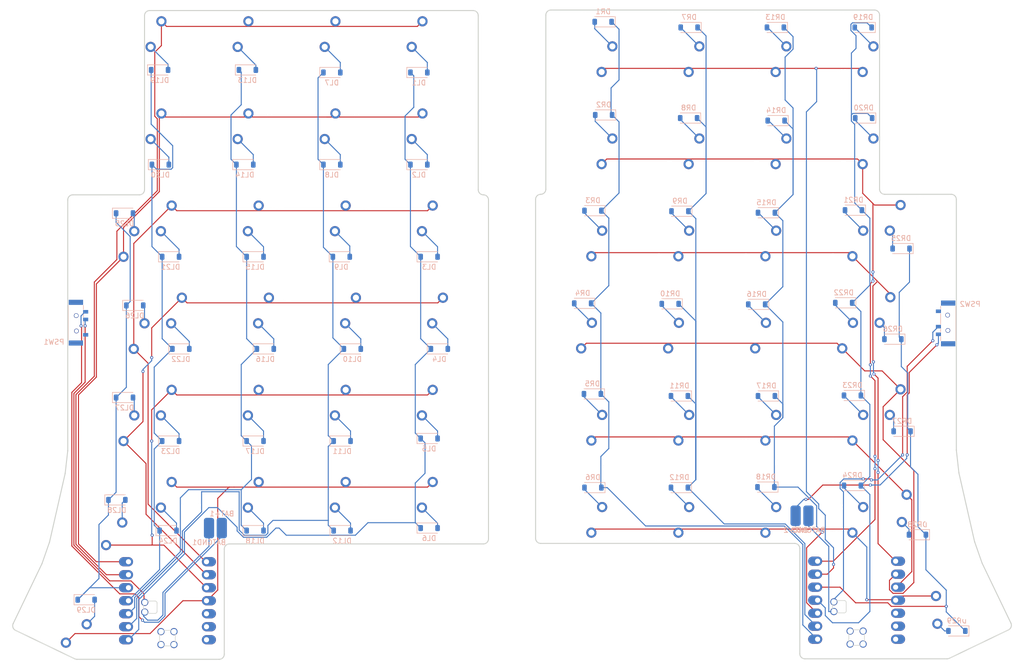
<source format=kicad_pcb>
(kicad_pcb (version 20241229) (generator "pcbnew") (generator_version "9.0")
  (layers (0 "F.Cu" signal) (2 "B.Cu" signal) (13 "F.Paste" user) (15 "B.Paste" user) (5 "F.SilkS" user "F.Silkscreen") (7 "B.SilkS" user "B.Silkscreen") (1 "F.Mask" user) (3 "B.Mask" user) (25 "Edge.Cuts" user))
  (net 0 "")
  (net 1 "VBAT_L")
  (net 2 "VBAT_R")
  (net 3 "GND_L")
  (net 4 "GND_R")
  (net 5 "ROW0_L")
  (net 6 "Net-(DL1-A)")
  (net 7 "Net-(DL2-A)")
  (net 8 "Net-(DL3-A)")
  (net 9 "Net-(DL4-A)")
  (net 10 "Net-(DL5-A)")
  (net 11 "Net-(DL6-A)")
  (net 12 "Net-(DL7-A)")
  (net 13 "ROW1_L")
  (net 14 "Net-(DL8-A)")
  (net 15 "Net-(DL9-A)")
  (net 16 "Net-(DL10-A)")
  (net 17 "Net-(DL11-A)")
  (net 18 "Net-(DL12-A)")
  (net 19 "Net-(DL13-A)")
  (net 20 "ROW2_L")
  (net 21 "Net-(DL14-A)")
  (net 22 "Net-(DL15-A)")
  (net 23 "Net-(DL16-A)")
  (net 24 "Net-(DL17-A)")
  (net 25 "Net-(DL18-A)")
  (net 26 "ROW3_L")
  (net 27 "Net-(DL19-A)")
  (net 28 "Net-(DL20-A)")
  (net 29 "Net-(DL21-A)")
  (net 30 "Net-(DL22-A)")
  (net 31 "Net-(DL23-A)")
  (net 32 "Net-(DL24-A)")
  (net 33 "ROW4_L")
  (net 34 "Net-(DL25-A)")
  (net 35 "Net-(DL26-A)")
  (net 36 "Net-(DL27-A)")
  (net 37 "Net-(DL28-A)")
  (net 38 "Net-(DL29-A)")
  (net 39 "ROW0_R")
  (net 40 "Net-(DR1-A)")
  (net 41 "Net-(DR2-A)")
  (net 42 "Net-(DR3-A)")
  (net 43 "Net-(DR4-A)")
  (net 44 "Net-(DR5-A)")
  (net 45 "Net-(DR6-A)")
  (net 46 "ROW1_R")
  (net 47 "Net-(DR7-A)")
  (net 48 "Net-(DR8-A)")
  (net 49 "Net-(DR9-A)")
  (net 50 "Net-(DR10-A)")
  (net 51 "Net-(DR11-A)")
  (net 52 "Net-(DR12-A)")
  (net 53 "Net-(DR13-A)")
  (net 54 "ROW2_R")
  (net 55 "Net-(DR14-A)")
  (net 56 "Net-(DR15-A)")
  (net 57 "Net-(DR16-A)")
  (net 58 "Net-(DR17-A)")
  (net 59 "Net-(DR18-A)")
  (net 60 "Net-(DR19-A)")
  (net 61 "ROW3_R")
  (net 62 "Net-(DR20-A)")
  (net 63 "Net-(DR21-A)")
  (net 64 "Net-(DR22-A)")
  (net 65 "Net-(DR23-A)")
  (net 66 "Net-(DR24-A)")
  (net 67 "ROW4_R")
  (net 68 "Net-(DR25-A)")
  (net 69 "Net-(DR26-A)")
  (net 70 "Net-(DR27-A)")
  (net 71 "Net-(DR28-A)")
  (net 72 "Net-(DR29-A)")
  (net 74 "BAT+_L")
  (net 76 "BAT+_R")
  (net 77 "COL0_L")
  (net 78 "COL1_L")
  (net 79 "COL2_L")
  (net 80 "COL3_L")
  (net 81 "COL4_L")
  (net 82 "COL5_L")
  (net 83 "COL0_R")
  (net 84 "COL1_R")
  (net 85 "COL2_R")
  (net 86 "COL3_R")
  (net 87 "COL4_R")
  (net 88 "COL5_R")
  (footprint "PCM_marbastlib-choc:SW_choc_v1_1u" (layer "F.Cu") (at 208.00591 122.10809 -77.162427)
    (property "Reference" "SWR28" (hide yes))
    (property "Value" "SW_Push_45deg")
  )
  (footprint "PCM_marbastlib-choc:SW_choc_v1_1u" (layer "F.Cu") (at 188.8 120.5 90)
    (property "Reference" "SWR24" (hide yes))
    (property "Value" "SW_Push_45deg")
  )
  (footprint "" (layer "F.Cu") (at 105.9 111.602 -90)
    (property "Reference" "")
    (property "Value" "")
  )
  (footprint "PCM_marbastlib-choc:SW_choc_v1_1u" (layer "F.Cu") (at 112.4 30.602 -90)
    (property "Reference" "SWL1" (hide yes))
    (property "Value" "SW_Push_45deg")
  )
  (footprint "" (layer "F.Cu") (at 182.3 39.8 90)
    (property "Reference" "")
    (property "Value" "")
  )
  (footprint "PCM_marbastlib-choc:SW_choc_v1_1u" (layer "F.Cu") (at 48.4 84.602 90)
    (property "Reference" "SWL26" (hide yes))
    (property "Value" "SW_Push_45deg")
  )
  (footprint "PCM_marbastlib-choc:SW_choc_v1_1u" (layer "F.Cu") (at 137.8 120.5 90)
    (property "Reference" "SWR6" (hide yes))
    (property "Value" "SW_Push_45deg")
  )
  (footprint "PCM_marbastlib-choc:SW_choc_v1_1u" (layer "F.Cu") (at 137.8 66.5 90)
    (property "Reference" "SWR3" (hide yes))
    (property "Value" "SW_Push_45deg")
  )
  (footprint "PCM_marbastlib-choc:SW_choc_v1_1u" (layer "F.Cu") (at 46.4 66.602 90)
    (property "Reference" "SWL25" (hide yes))
    (property "Value" "SW_Push_45deg")
  )
  (footprint "PCM_marbastlib-choc:SW_choc_v1_1u" (layer "F.Cu") (at 95.4 48.602 -90)
    (property "Reference" "SWL8" (hide yes))
    (property "Value" "SW_Push_45deg")
  )
  (footprint "PCM_marbastlib-choc:SW_choc_v1_1u" (layer "F.Cu") (at 190.8 48.5 90)
    (property "Reference" "SWR20" (hide yes))
    (property "Value" "SW_Push_45deg")
  )
  (footprint "PCM_marbastlib-choc:SW_choc_v1_1u" (layer "F.Cu") (at 188.8 66.5 90)
    (property "Reference" "SWR21" (hide yes))
    (property "Value" "SW_Push_45deg")
  )
  (footprint "PCM_marbastlib-choc:SW_choc_v1_1u" (layer "F.Cu") (at 82.4 84.602 -90)
    (property "Reference" "SWL16" (hide yes))
    (property "Value" "SW_Push_45deg")
  )
  (footprint "PCM_marbastlib-choc:SW_choc_v1_1u" (layer "F.Cu") (at 137.8 102.5 90)
    (property "Reference" "SWR5" (hide yes))
    (property "Value" "SW_Push_45deg")
  )
  (footprint "PCM_marbastlib-choc:SW_choc_v1_1u" (layer "F.Cu") (at 37.68664 140.83792 64.325)
    (property "Reference" "SWL29" (hide yes))
    (property "Value" "SW_Push_45deg")
  )
  (footprint "PCM_marbastlib-choc:SW_choc_v1_1u" (layer "F.Cu") (at 171.8 120.5 90)
    (property "Reference" "SWR18" (hide yes))
    (property "Value" "SW_Push_45deg")
  )
  (footprint "PCM_marbastlib-choc:SW_choc_v1_1u" (layer "F.Cu") (at 65.4 84.602 -90)
    (property "Reference" "SWL22" (hide yes))
    (property "Value" "SW_Push_45deg")
  )
  (footprint "PCM_marbastlib-choc:SW_choc_v1_1u" (layer "F.Cu") (at 114.4 66.602 -90)
    (property "Reference" "SWL3" (hide yes))
    (property "Value" "SW_Push_45deg")
  )
  (footprint "" (layer "F.Cu") (at 71.9 111.602 -90)
    (property "Reference" "")
    (property "Value" "")
  )
  (footprint "PCM_marbastlib-choc:SW_choc_v1_1u" (layer "F.Cu") (at 63.4 66.602 -90)
    (property "Reference" "SWL21" (hide yes))
    (property "Value" "SW_Push_45deg")
  )
  (footprint "PCM_marbastlib-choc:SW_choc_v1_1u" (layer "F.Cu") (at 135.8 84.5 90)
    (property "Reference" "SWR4" (hide yes))
    (property "Value" "SW_Push_45deg")
  )
  (footprint "PCM_marbastlib-choc:SW_choc_v1_1u" (layer "F.Cu") (at 46.4 102.602 90)
    (property "Reference" "SWL27" (hide yes))
    (property "Value" "SW_Push_45deg")
  )
  (footprint "PCM_marbastlib-choc:SW_choc_v1_1u" (layer "F.Cu") (at 61.4 48.602 -90)
    (property "Reference" "SWL20" (hide yes))
    (property "Value" "SW_Push_45deg")
  )
  (footprint "PCM_marbastlib-choc:SW_choc_v1_1u" (layer "F.Cu") (at 95.4 30.602 -90)
    (property "Reference" "SWL7" (hide yes))
    (property "Value" "SW_Push_45deg")
  )
  (footprint "PCM_marbastlib-choc:SW_choc_v1_1u" (layer "F.Cu") (at 78.4 30.602 -90)
    (property "Reference" "SWL13" (hide yes))
    (property "Value" "SW_Push_45deg")
  )
  (footprint "PCM_marbastlib-choc:SW_choc_v1_1u" (layer "F.Cu") (at 152.8 84.5 90)
    (property "Reference" "SWR10" (hide yes))
    (property "Value" "SW_Push_45deg")
  )
  (footprint "" (layer "F.Cu") (at 148.3 39.8 90)
    (property "Reference" "")
    (property "Value" "")
  )
  (footprint "PCM_marbastlib-choc:SW_choc_v1_1u" (layer "F.Cu") (at 63.4 102.602 -90)
    (property "Reference" "SWL23" (hide yes))
    (property "Value" "SW_Push_45deg")
  )
  (footprint "PCM_marbastlib-choc:SW_choc_v1_1u" (layer "F.Cu") (at 205.8 102.5 -90)
    (property "Reference" "SWR27" (hide yes))
    (property "Value" "SW_Push_45deg")
  )
  (footprint "PCM_marbastlib-choc:SW_choc_v1_1u" (layer "F.Cu") (at 186.8 84.5 90)
    (property "Reference" "SWR22" (hide yes))
    (property "Value" "SW_Push_45deg")
  )
  (footprint "PCM_marbastlib-choc:SW_choc_v1_1u" (layer "F.Cu") (at 205.8 66.5 -90)
    (property "Reference" "SWR25" (hide yes))
    (property "Value" "SW_Push_45deg")
  )
  (footprint "PCM_marbastlib-choc:SW_choc_v1_1u" (layer "F.Cu") (at 63.4 120.602 -90)
    (property "Reference" "SWL24" (hide yes))
    (property "Value" "SW_Push_45deg")
  )
  (footprint "PCM_marbastlib-choc:SW_choc_v1_1u" (layer "F.Cu") (at 80.4 120.602 -90)
    (property "Reference" "SWL18" (hide yes))
    (property "Value" "SW_Push_45deg")
  )
  (footprint "PCM_marbastlib-choc:SW_choc_v1_1u" (layer "F.Cu") (at 173.8 30.5 90)
    (property "Reference" "SWR13" (hide yes))
    (property "Value" "SW_Push_45deg")
  )
  (footprint "PCM_marbastlib-choc:SW_choc_v1_1u" (layer "F.Cu") (at 203.8 84.5 -90)
    (property "Reference" "SWR26" (hide yes))
    (property "Value" "SW_Push_45deg")
  )
  (footprint "PCM_marbastlib-choc:SW_choc_v1_1u" (layer "F.Cu") (at 154.8 66.5 90)
    (property "Reference" "SWR9" (hide yes))
    (property "Value" "SW_Push_45deg")
  )
  (footprint "PCM_marbastlib-choc:SW_choc_v1_1u" (layer "F.Cu") (at 139.8 48.5 90)
    (property "Reference" "SWR2" (hide yes))
    (property "Value" "SW_Push_45deg")
  )
  (footprint "PCM_marbastlib-choc:SW_choc_v1_1u" (layer "F.Cu") (at 190.8 30.5 90)
    (property "Reference" "SWR19" (hide yes))
    (property "Value" "SW_Push_45deg")
  )
  (footprint "" (layer "F.Cu") (at 103.9 39.602 -90)
    (property "Reference" "")
    (property "Value" "")
  )
  (footprint "PCM_marbastlib-choc:SW_choc_v1_1u" (layer "F.Cu") (at 214.51336 140.73592 -64.324853)
    (property "Reference" "SWR29" (hide yes))
    (property "Value" "SW_Push_45deg")
  )
  (footprint "PCM_marbastlib-choc:SW_choc_v1_1u" (layer "F.Cu") (at 156.8 48.5 90)
    (property "Reference" "SWR8" (hide yes))
    (property "Value" "SW_Push_45deg")
  )
  (footprint "PCM_marbastlib-choc:SW_choc_v1_1u" (layer "F.Cu") (at 97.4 102.602 -90)
    (property "Reference" "SWL11" (hide yes))
    (property "Value" "SW_Push_45deg")
  )
  (footprint "PCM_marbastlib-choc:SW_choc_v1_1u" (layer "F.Cu") (at 169.8 84.5 90)
    (property "Reference" "SWR16" (hide yes))
    (property "Value" "SW_Push_45deg")
  )
  (footprint "PCM_marbastlib-choc:SW_choc_v1_1u" (layer "F.Cu") (at 112.4 48.602 -90)
    (property "Reference" "SWL2" (hide yes))
    (property "Value" "SW_Push_45deg")
  )
  (footprint "PCM_marbastlib-choc:SW_choc_v1_1u" (layer "F.Cu") (at 171.8 102.5 90)
    (property "Reference" "SWR17" (hide yes))
    (property "Value" "SW_Push_45deg")
  )
  (footprint "PCM_marbastlib-choc:SW_choc_v1_1u" (layer "F.Cu") (at 99.4 84.602 -90)
    (property "Reference" "SWL10" (hide yes))
    (property "Value" "SW_Push_45deg")
  )
  (footprint "PCM_marbastlib-choc:SW_choc_v1_1u" (layer "F.Cu") (at 188.8 102.5 90)
    (property "Reference" "SWR23" (hide yes))
    (property "Value" "SW_Push_45deg")
  )
  (footprint "PCM_marbastlib-choc:SW_choc_v1_1u" (layer "F.Cu") (at 80.4 66.602 -90)
    (property "Reference" "SWL15" (hide yes))
    (property "Value" "SW_Push_45deg")
  )
  (footprint "PCM_marbastlib-choc:SW_choc_v1_1u" (layer "F.Cu") (at 139.8 30.5 90)
    (property "Reference" "SWR1" (hide yes))
    (property "Value" "SW_Push_45deg")
  )
  (footprint "PCM_marbastlib-choc:SW_choc_v1_1u" (layer "F.Cu") (at 116.4 84.602 -90)
    (property "Reference" "SWL4" (hide yes))
    (property "Value" "SW_Push_45deg")
  )
  (footprint "PCM_marbastlib-choc:SW_choc_v1_1u" (layer "F.Cu") (at 97.4 66.602 -90)
    (property "Reference" "SWL9" (hide yes))
    (property "Value" "SW_Push_45deg")
  )
  (footprint "PCM_marbastlib-choc:SW_choc_v1_1u" (layer "F.Cu") (at 154.8 102.5 90)
    (property "Reference" "SWR11" (hide yes))
    (property "Value" "SW_Push_45deg")
  )
  (footprint "PCM_marbastlib-choc:SW_choc_v1_1u" (layer "F.Cu") (at 78.4 48.602 -90)
    (property "Reference" "SWL14" (hide yes))
    (property "Value" "SW_Push_45deg")
  )
  (footprint "PCM_marbastlib-choc:SW_choc_v1_1u" (layer "F.Cu") (at 61.4 30.602 -90)
    (property "Reference" "SWL19" (hide yes))
    (property "Value" "SW_Push_45deg")
  )
  (footprint "" (layer "F.Cu") (at 69.9 39.602 -90)
    (property "Reference" "")
    (property "Value" "")
  )
  (footprint "PCM_marbastlib-choc:SW_choc_v1_1u" (layer "F.Cu") (at 173.8 48.5 90)
    (property "Reference" "SWR14" (hide yes))
    (property "Value" "SW_Push_45deg")
  )
  (footprint "PCM_marbastlib-choc:SW_choc_v1_1u" (layer "F.Cu") (at 80.4 102.602 -90)
    (property "Reference" "SWL17" (hide yes))
    (property "Value" "SW_Push_45deg")
  )
  (footprint "PCM_marbastlib-choc:SW_choc_v1_1u" (layer "F.Cu") (at 171.8 66.5 90)
    (property "Reference" "SWR15" (hide yes))
    (property "Value" "SW_Push_45deg")
  )
  (footprint "PCM_marbastlib-choc:SW_choc_v1_1u" (layer "F.Cu") (at 114.4 102.602 -90)
    (property "Reference" "SWL5" (hide yes))
    (property "Value" "SW_Push_45deg")
  )
  (footprint "PCM_marbastlib-choc:SW_choc_v1_1u" (layer "F.Cu") (at 156.8 30.5 90)
    (property "Reference" "SWR7" (hide yes))
    (property "Value" "SW_Push_45deg")
  )
  (footprint "" (layer "F.Cu") (at 180.3 111.8 90)
    (property "Reference" "")
    (property "Value" "")
  )
  (footprint "PCM_marbastlib-choc:SW_choc_v1_1u" (layer "F.Cu") (at 44.19409 122.21009 77.162)
    (property "Reference" "SWL28" (hide yes))
    (property "Value" "SW_Push_45deg")
  )
  (footprint "PCM_marbastlib-choc:SW_choc_v1_1u" (layer "F.Cu") (at 154.8 120.5 90)
    (property "Reference" "SWR12" (hide yes))
    (property "Value" "SW_Push_45deg")
  )
  (footprint "" (layer "F.Cu") (at 146.3 111.8 90)
    (property "Reference" "")
    (property "Value" "")
  )
  (footprint "PCM_marbastlib-choc:SW_choc_v1_1u" (layer "F.Cu") (at 97.4 120.602 -90)
    (property "Reference" "SWL12" (hide yes))
    (property "Value" "SW_Push_45deg")
  )
  (footprint "PCM_marbastlib-choc:SW_choc_v1_1u" (layer "F.Cu") (at 114.4 120.602 -90)
    (property "Reference" "SWL6" (hide yes))
    (property "Value" "SW_Push_45deg")
  )
  (footprint "Diode_SMD:D_SOD-123" (layer "B.Cu") (at 160.6 44.5 180)
    (property "Reference" "DR8")
    (property "Value" "D_Small")
  )
  (footprint "TOTEMlib:MSK12C02" (layer "B.Cu") (at 39.6 88.352)
    (property "Reference" "PSW1")
    (property "Value" "SW_SPDT")
  )
  (footprint "Diode_SMD:D_SOD-123" (layer "B.Cu") (at 57.4 53.602)
    (property "Reference" "DL20")
    (property "Value" "D_Small")
  )
  (footprint "Diode_SMD:D_SOD-123" (layer "B.Cu") (at 50.4 99.102)
    (property "Reference" "DL27")
    (property "Value" "D_Small")
  )
  (footprint "Diode_SMD:D_SOD-123" (layer "B.Cu") (at 160.7 26.8 180)
    (property "Reference" "DR7")
    (property "Value" "D_Small")
  )
  (footprint "Diode_SMD:D_SOD-123" (layer "B.Cu") (at 200.5 87.7 180)
    (property "Reference" "DR26")
    (property "Value" "D_Small")
  )
  (footprint "Diode_SMD:D_SOD-123" (layer "B.Cu") (at 141.9 62.6 180)
    (property "Reference" "DR3")
    (property "Value" "D_Small")
  )
  (footprint "Diode_SMD:D_SOD-123" (layer "B.Cu") (at 194.7 26.8 180)
    (property "Reference" "DR19")
    (property "Value" "D_Small")
  )
  (footprint "Diode_SMD:D_SOD-123" (layer "B.Cu") (at 202.3 105.7 180)
    (property "Reference" "DR27")
    (property "Value" "D_Small")
  )
  (footprint "Diode_SMD:D_SOD-123" (layer "B.Cu") (at 111.9 89.602)
    (property "Reference" "DL4")
    (property "Value" "D_Small")
  )
  (footprint "Diode_SMD:D_SOD-123" (layer "B.Cu") (at 213 144.7 180)
    (property "Reference" "DR29")
    (property "Value" "D_Small")
  )
  (footprint "Diode_SMD:D_SOD-123" (layer "B.Cu") (at 90.9 53.602)
    (property "Reference" "DL8")
    (property "Value" "D_Small")
  )
  (footprint "Diode_SMD:D_SOD-123" (layer "B.Cu") (at 177.7 45 180)
    (property "Reference" "DR14")
    (property "Value" "D_Small")
  )
  (footprint "Diode_SMD:D_SOD-123" (layer "B.Cu") (at 109.9 71.602)
    (property "Reference" "DL3")
    (property "Value" "D_Small")
  )
  (footprint "Diode_SMD:D_SOD-123" (layer "B.Cu") (at 75.9 107.602)
    (property "Reference" "DL17")
    (property "Value" "D_Small")
  )
  (footprint "Diode_SMD:D_SOD-123" (layer "B.Cu") (at 57.25 35.102)
    (property "Reference" "DL19")
    (property "Value" "D_Small")
  )
  (footprint "Diode_SMD:D_SOD-123" (layer "B.Cu") (at 192.6 98.7 180)
    (property "Reference" "DR23")
    (property "Value" "D_Small")
  )
  (footprint "Diode_SMD:D_SOD-123" (layer "B.Cu") (at 77.9 89.602)
    (property "Reference" "DL16")
    (property "Value" "D_Small")
  )
  (footprint "Diode_SMD:D_SOD-123" (layer "B.Cu") (at 52.4 81.102)
    (property "Reference" "DL26")
    (property "Value" "D_Small")
  )
  (footprint "Diode_SMD:D_SOD-123" (layer "B.Cu") (at 74.4 35.102)
    (property "Reference" "DL13")
    (property "Value" "D_Small")
  )
  (footprint "Connector_Wire:SolderWirePad_1x01_SMD_2x4mm" (layer "B.Cu") (at 66.9 124.602)
    (property "Reference" "BATGND1")
    (property "Value" "-")
  )
  (footprint "Diode_SMD:D_SOD-123" (layer "B.Cu") (at 190.9 80.6 180)
    (property "Reference" "DR22")
    (property "Value" "D_Small")
  )
  (footprint "Diode_SMD:D_SOD-123" (layer "B.Cu") (at 109.9 107.102)
    (property "Reference" "DL5")
    (property "Value" "D_Small")
  )
  (footprint "Diode_SMD:D_SOD-123" (layer "B.Cu") (at 48.9 119.102)
    (property "Reference" "DL28")
    (property "Value" "D_Small")
  )
  (footprint "Diode_SMD:D_SOD-123" (layer "B.Cu") (at 94.9 89.602)
    (property "Reference" "DL10")
    (property "Value" "D_Small")
  )
  (footprint "Diode_SMD:D_SOD-123" (layer "B.Cu") (at 75.9 71.602)
    (property "Reference" "DL15")
    (property "Value" "D_Small")
  )
  (footprint "Diode_SMD:D_SOD-123" (layer "B.Cu") (at 59.4 107.602)
    (property "Reference" "DL23")
    (property "Value" "D_Small")
  )
  (footprint "Diode_SMD:D_SOD-123" (layer "B.Cu") (at 173.9 80.9 180)
    (property "Reference" "DR16")
    (property "Value" "D_Small")
  )
  (footprint "Diode_SMD:D_SOD-123" (layer "B.Cu") (at 107.9 53.602)
    (property "Reference" "DL2")
    (property "Value" "D_Small")
  )
  (footprint "Diode_SMD:D_SOD-123" (layer "B.Cu") (at 192.8 62.5 180)
    (property "Reference" "DR21")
    (property "Value" "D_Small")
  )
  (footprint "Connector_Wire:SolderWirePad_1x01_SMD_2x4mm" (layer "B.Cu") (at 69.4 124.602 180)
    (property "Reference" "BAT+1")
    (property "Value" "+")
  )
  (footprint "Diode_SMD:D_SOD-123" (layer "B.Cu") (at 175.8 63 180)
    (property "Reference" "DR15")
    (property "Value" "D_Small")
  )
  (footprint "Diode_SMD:D_SOD-123" (layer "B.Cu") (at 73.9 53.602)
    (property "Reference" "DL14")
    (property "Value" "D_Small")
  )
  (footprint "Diode_SMD:D_SOD-123" (layer "B.Cu") (at 141.8 98.4 180)
    (property "Reference" "DR5")
    (property "Value" "D_Small")
  )
  (footprint "TOTEMlib:xiao-ble-smd-cutout" (layer "B.Cu") (at 58.78354 138.79845)
    (property "Reference" "U1" (hide yes))
    (property "Value" "xiao-ble" (hide yes))
    (fp_line (start -4.699 0.7488) (end -4.699 1.7902) (stroke (width 0.12)) (layer "Edge.Cuts"))
    (fp_line (start -4.0132 2.476) (end -2.413 2.476) (stroke (width 0.12)) (layer "Edge.Cuts"))
    (fp_line (start -2.413 0.063) (end -4.0132 0.063) (stroke (width 0.12)) (layer "Edge.Cuts"))
    (fp_line (start -2.032 2.095) (end -2.032 0.444) (stroke (width 0.12)) (layer "Edge.Cuts"))
    (fp_line (start -1.524 6.4638) (end -1.524 8.1402) (stroke (width 0.12)) (layer "Edge.Cuts"))
    (fp_line (start -0.8382 5.778) (end 0.8382 5.778) (stroke (width 0.12)) (layer "Edge.Cuts"))
    (fp_line (start -0.8382 8.826) (end 0.8382 8.826) (stroke (width 0.12)) (layer "Edge.Cuts"))
    (fp_line (start 1.524 6.4638) (end 1.524 8.1402) (stroke (width 0.12)) (layer "Edge.Cuts"))
    (fp_arc (start -4.699 1.7902) (mid -4.095391 1.872391) (end -4.0132 2.476) (stroke (width 0.12)) (layer "Edge.Cuts"))
    (fp_arc (start -4.0132 0.063) (mid -4.095391 0.666609) (end -4.699 0.7488) (stroke (width 0.12)) (layer "Edge.Cuts"))
    (fp_arc (start -2.413 0.063) (mid -2.143592 0.174592) (end -2.032 0.444) (stroke (width 0.12)) (layer "Edge.Cuts"))
    (fp_arc (start -2.032 2.095) (mid -2.143592 2.364408) (end -2.413 2.476) (stroke (width 0.12)) (layer "Edge.Cuts"))
    (fp_arc (start -1.524 8.1402) (mid -0.920391 8.222391) (end -0.8382 8.826) (stroke (width 0.12)) (layer "Edge.Cuts"))
    (fp_arc (start -0.8382 5.778) (mid -0.920391 6.381609) (end -1.524 6.4638) (stroke (width 0.12)) (layer "Edge.Cuts"))
    (fp_arc (start 0.8382 8.826) (mid 0.920393 8.222393) (end 1.524 8.1402) (stroke (width 0.12)) (layer "Edge.Cuts"))
    (fp_arc (start 1.524 6.4638) (mid 0.920391 6.381609) (end 0.8382 5.778) (stroke (width 0.12)) (layer "Edge.Cuts"))
  )
  (footprint "Diode_SMD:D_SOD-123" (layer "B.Cu") (at 158.8 116.7 180)
    (property "Reference" "DR12")
    (property "Value" "D_Small")
  )
  (footprint "Connector_Wire:SolderWirePad_1x01_SMD_2x4mm" (layer "B.Cu") (at 184 122.2)
    (property "Reference" "BATGND2")
    (property "Value" "-")
  )
  (footprint "Diode_SMD:D_SOD-123" (layer "B.Cu") (at 50.4 63.102)
    (property "Reference" "DL25")
    (property "Value" "D_Small")
  )
  (footprint "Diode_SMD:D_SOD-123" (layer "B.Cu") (at 139.9 80.7 180)
    (property "Reference" "DR4")
    (property "Value" "D_Small")
  )
  (footprint "Diode_SMD:D_SOD-123" (layer "B.Cu") (at 90.9 35.602)
    (property "Reference" "DL7")
    (property "Value" "D_Small")
  )
  (footprint "Diode_SMD:D_SOD-123" (layer "B.Cu") (at 61.4 89.602)
    (property "Reference" "DL22")
    (property "Value" "D_Small")
  )
  (footprint "Diode_SMD:D_SOD-123" (layer "B.Cu") (at 192.6 116.3 180)
    (property "Reference" "DR24")
    (property "Value" "D_Small")
  )
  (footprint "Diode_SMD:D_SOD-123" (layer "B.Cu") (at 42.9 138.602)
    (property "Reference" "DL29")
    (property "Value" "D_Small")
  )
  (footprint "Diode_SMD:D_SOD-123" (layer "B.Cu") (at 109.9 124.602)
    (property "Reference" "DL6")
    (property "Value" "D_Small")
  )
  (footprint "Diode_SMD:D_SOD-123" (layer "B.Cu") (at 158.8 98.8 180)
    (property "Reference" "DR11")
    (property "Value" "D_Small")
  )
  (footprint "Diode_SMD:D_SOD-123" (layer "B.Cu") (at 92.75 71.602)
    (property "Reference" "DL9")
    (property "Value" "D_Small")
  )
  (footprint "Diode_SMD:D_SOD-123" (layer "B.Cu") (at 92.9 125.102)
    (property "Reference" "DL12")
    (property "Value" "D_Small")
  )
  (footprint "Diode_SMD:D_SOD-123" (layer "B.Cu") (at 75.9 125.102)
    (property "Reference" "DL18")
    (property "Value" "D_Small")
  )
  (footprint "Diode_SMD:D_SOD-123" (layer "B.Cu") (at 59.4 71.602)
    (property "Reference" "DL21")
    (property "Value" "D_Small")
  )
  (footprint "Diode_SMD:D_SOD-123" (layer "B.Cu") (at 144 43.9 180)
    (property "Reference" "DR2")
    (property "Value" "D_Small")
  )
  (footprint "TOTEMlib:xiao-ble-smd-cutout" (layer "B.Cu") (at 193.41646 138.69645)
    (property "Reference" "U2" (hide yes))
    (property "Value" "xiao-ble" (hide yes))
    (fp_line (start -4.699 0.7488) (end -4.699 1.7902) (stroke (width 0.12)) (layer "Edge.Cuts"))
    (fp_line (start -4.0132 2.476) (end -2.413 2.476) (stroke (width 0.12)) (layer "Edge.Cuts"))
    (fp_line (start -2.413 0.063) (end -4.0132 0.063) (stroke (width 0.12)) (layer "Edge.Cuts"))
    (fp_line (start -2.032 2.095) (end -2.032 0.444) (stroke (width 0.12)) (layer "Edge.Cuts"))
    (fp_line (start -1.524 6.4638) (end -1.524 8.1402) (stroke (width 0.12)) (layer "Edge.Cuts"))
    (fp_line (start -0.8382 5.778) (end 0.8382 5.778) (stroke (width 0.12)) (layer "Edge.Cuts"))
    (fp_line (start -0.8382 8.826) (end 0.8382 8.826) (stroke (width 0.12)) (layer "Edge.Cuts"))
    (fp_line (start 1.524 6.4638) (end 1.524 8.1402) (stroke (width 0.12)) (layer "Edge.Cuts"))
    (fp_arc (start -4.699 1.7902) (mid -4.095391 1.872391) (end -4.0132 2.476) (stroke (width 0.12)) (layer "Edge.Cuts"))
    (fp_arc (start -4.0132 0.063) (mid -4.095391 0.666609) (end -4.699 0.7488) (stroke (width 0.12)) (layer "Edge.Cuts"))
    (fp_arc (start -2.413 0.063) (mid -2.143592 0.174592) (end -2.032 0.444) (stroke (width 0.12)) (layer "Edge.Cuts"))
    (fp_arc (start -2.032 2.095) (mid -2.143592 2.364408) (end -2.413 2.476) (stroke (width 0.12)) (layer "Edge.Cuts"))
    (fp_arc (start -1.524 8.1402) (mid -0.920391 8.222391) (end -0.8382 8.826) (stroke (width 0.12)) (layer "Edge.Cuts"))
    (fp_arc (start -0.8382 5.778) (mid -0.920391 6.381609) (end -1.524 6.4638) (stroke (width 0.12)) (layer "Edge.Cuts"))
    (fp_arc (start 0.8382 8.826) (mid 0.920393 8.222393) (end 1.524 8.1402) (stroke (width 0.12)) (layer "Edge.Cuts"))
    (fp_arc (start 1.524 6.4638) (mid 0.920391 6.381609) (end 0.8382 5.778) (stroke (width 0.12)) (layer "Edge.Cuts"))
  )
  (footprint "Diode_SMD:D_SOD-123" (layer "B.Cu") (at 158.9 62.7 180)
    (property "Reference" "DR9")
    (property "Value" "D_Small")
  )
  (footprint "Connector_Wire:SolderWirePad_1x01_SMD_2x4mm" (layer "B.Cu") (at 181.5 122.2)
    (property "Reference" "BAT+2")
    (property "Value" "+")
  )
  (footprint "Diode_SMD:D_SOD-123" (layer "B.Cu") (at 202.1 70 180)
    (property "Reference" "DR25")
    (property "Value" "D_Small")
  )
  (footprint "Diode_SMD:D_SOD-123" (layer "B.Cu") (at 141.9 116.7 180)
    (property "Reference" "DR6")
    (property "Value" "D_Small")
  )
  (footprint "TOTEMlib:MSK12C02" (layer "B.Cu") (at 212.6 80.75 180)
    (property "Reference" "PSW2")
    (property "Value" "SW_SPDT")
  )
  (footprint "Diode_SMD:D_SOD-123" (layer "B.Cu") (at 143.9 25.7 180)
    (property "Reference" "DR1")
    (property "Value" "D_Small")
  )
  (footprint "Diode_SMD:D_SOD-123" (layer "B.Cu") (at 205.3 125.9 180)
    (property "Reference" "DR28")
    (property "Value" "D_Small")
  )
  (footprint "Diode_SMD:D_SOD-123" (layer "B.Cu") (at 92.9 107.602)
    (property "Reference" "DL11")
    (property "Value" "D_Small")
  )
  (footprint "Diode_SMD:D_SOD-123" (layer "B.Cu") (at 175.7 116.6 180)
    (property "Reference" "DR18")
    (property "Value" "D_Small")
  )
  (footprint "Diode_SMD:D_SOD-123" (layer "B.Cu") (at 177.55 26.8 180)
    (property "Reference" "DR13")
    (property "Value" "D_Small")
  )
  (footprint "Diode_SMD:D_SOD-123" (layer "B.Cu") (at 194.8 44.5 180)
    (property "Reference" "DR20")
    (property "Value" "D_Small")
  )
  (footprint "Diode_SMD:D_SOD-123" (layer "B.Cu") (at 175.8 98.8 180)
    (property "Reference" "DR17")
    (property "Value" "D_Small")
  )
  (footprint "Diode_SMD:D_SOD-123" (layer "B.Cu") (at 157 80.8 180)
    (property "Reference" "DR10")
    (property "Value" "D_Small")
  )
  (footprint "Diode_SMD:D_SOD-123" (layer "B.Cu") (at 107.9 35.602)
    (property "Reference" "DL1")
    (property "Value" "D_Small")
  )
  (footprint "Diode_SMD:D_SOD-123" (layer "B.Cu") (at 58.9 125.102)
    (property "Reference" "DL24")
    (property "Value" "D_Small")
  )
  (gr_arc (start 196.90001 23.400001) (mid 197.607116 23.692894) (end 197.900009 24.4) (stroke (width 0.2)) (layer "Edge.Cuts"))
  (gr_line (start 121.499991 126.702002) (end 121.499991 60.502002) (stroke (width 0.2)) (layer "Edge.Cuts"))
  (gr_line (start 38.789704 113.970615) (end 35.753413 127.294453) (stroke (width 0.2)) (layer "Edge.Cuts"))
  (gr_line (start 69.883535 149.246202) (end 69.883535 128.702002) (stroke (width 0.2)) (layer "Edge.Cuts"))
  (gr_arc (start 213.410296 113.868614) (mid 213.399387 113.813679) (end 213.39157 113.758219) (stroke (width 0.2)) (layer "Edge.Cuts"))
  (gr_arc (start 211.900009 59.400001) (mid 212.607116 59.692894) (end 212.900009 60.400001) (stroke (width 0.2)) (layer "Edge.Cuts"))
  (gr_arc (start 54.299991 58.502002) (mid 54.007098 59.209109) (end 53.299991 59.502002) (stroke (width 0.2)) (layer "Edge.Cuts"))
  (gr_line (start 29.112721 144.59397) (end 40.664849 150.147464) (stroke (width 0.2)) (layer "Edge.Cuts"))
  (gr_arc (start 217.951931 131.501583) (mid 217.929099 131.450467) (end 217.909165 131.398154) (stroke (width 0.2)) (layer "Edge.Cuts"))
  (gr_line (start 212.900009 60.400001) (end 212.900009 109.332701) (stroke (width 0.2)) (layer "Edge.Cuts"))
  (gr_arc (start 216.477548 127.300078) (mid 216.460559 127.246699) (end 216.446587 127.192452) (stroke (width 0.2)) (layer "Edge.Cuts"))
  (gr_line (start 181.305921 127.600001) (end 131.700009 127.600001) (stroke (width 0.2)) (layer "Edge.Cuts"))
  (gr_line (start 41.098091 150.246199) (end 68.883535 150.246199) (stroke (width 0.2)) (layer "Edge.Cuts"))
  (gr_line (start 182.316465 149.144201) (end 182.316465 128.600001) (stroke (width 0.2)) (layer "Edge.Cuts"))
  (gr_arc (start 132.700009 58.400001) (mid 132.407116 59.107108) (end 131.700009 59.400001) (stroke (width 0.2)) (layer "Edge.Cuts"))
  (gr_line (start 54.299991 24.502001) (end 54.299991 58.502002) (stroke (width 0.2)) (layer "Edge.Cuts"))
  (gr_line (start 213.410296 113.868614) (end 216.446587 127.192452) (stroke (width 0.2)) (layer "Edge.Cuts"))
  (gr_arc (start 212.906642 109.447739) (mid 212.901671 109.390315) (end 212.900009 109.332701) (stroke (width 0.2)) (layer "Edge.Cuts"))
  (gr_line (start 223.555277 143.157431) (end 223.555285 143.157427) (stroke (width 0.2)) (layer "Edge.Cuts"))
  (gr_line (start 35.722452 127.402079) (end 35.722456 127.402081) (stroke (width 0.2)) (layer "Edge.Cuts"))
  (gr_line (start 133.700008 23.400001) (end 196.90001 23.400001) (stroke (width 0.2)) (layer "Edge.Cuts"))
  (gr_arc (start 120.499991 59.502002) (mid 121.207098 59.794895) (end 121.499991 60.502002) (stroke (width 0.2)) (layer "Edge.Cuts"))
  (gr_arc (start 181.305921 127.600001) (mid 182.019817 127.889177) (end 182.316465 128.600001) (stroke (width 0.2)) (layer "Edge.Cuts"))
  (gr_arc (start 54.299991 24.502001) (mid 54.592884 23.794895) (end 55.29999 23.502002) (stroke (width 0.2)) (layer "Edge.Cuts"))
  (gr_arc (start 69.883535 149.246202) (mid 69.590638 149.953289) (end 68.883535 150.246199) (stroke (width 0.2)) (layer "Edge.Cuts"))
  (gr_line (start 217.951931 131.501583) (end 223.555285 143.157427) (stroke (width 0.2)) (layer "Edge.Cuts"))
  (gr_line (start 211.101909 150.144198) (end 183.316465 150.144198) (stroke (width 0.2)) (layer "Edge.Cuts"))
  (gr_arc (start 132.700009 24.4) (mid 132.992902 23.692894) (end 133.700008 23.400001) (stroke (width 0.2)) (layer "Edge.Cuts"))
  (gr_arc (start 41.098091 150.246199) (mid 40.875917 150.221201) (end 40.664849 150.147464) (stroke (width 0.2)) (layer "Edge.Cuts"))
  (gr_arc (start 211.535151 150.045463) (mid 211.324085 150.119204) (end 211.101909 150.144198) (stroke (width 0.2)) (layer "Edge.Cuts"))
  (gr_line (start 118.499992 23.502002) (end 55.29999 23.502002) (stroke (width 0.2)) (layer "Edge.Cuts"))
  (gr_arc (start 39.299991 60.502002) (mid 39.592884 59.794895) (end 40.299991 59.502002) (stroke (width 0.2)) (layer "Edge.Cuts"))
  (gr_line (start 35.722456 127.402081) (end 34.290835 131.500155) (stroke (width 0.2)) (layer "Edge.Cuts"))
  (gr_arc (start 198.900009 59.400001) (mid 198.192902 59.107108) (end 197.900009 58.400001) (stroke (width 0.2)) (layer "Edge.Cuts"))
  (gr_line (start 119.499991 58.502002) (end 119.499991 24.502001) (stroke (width 0.2)) (layer "Edge.Cuts"))
  (gr_line (start 223.087279 144.491969) (end 211.535151 150.045463) (stroke (width 0.2)) (layer "Edge.Cuts"))
  (gr_arc (start 118.499992 23.502002) (mid 119.207098 23.794895) (end 119.499991 24.502001) (stroke (width 0.2)) (layer "Edge.Cuts"))
  (gr_line (start 34.248069 131.603584) (end 28.644715 143.259428) (stroke (width 0.2)) (layer "Edge.Cuts"))
  (gr_arc (start 39.299991 109.434702) (mid 39.298328 109.492316) (end 39.293358 109.54974) (stroke (width 0.2)) (layer "Edge.Cuts"))
  (gr_arc (start 29.112721 144.59397) (mid 28.60233 144.023627) (end 28.644723 143.259432) (stroke (width 0.2)) (layer "Edge.Cuts"))
  (gr_arc (start 131.700009 127.600001) (mid 130.992902 127.307108) (end 130.700009 126.600001) (stroke (width 0.2)) (layer "Edge.Cuts"))
  (gr_line (start 70.894079 127.702002) (end 120.499991 127.702002) (stroke (width 0.2)) (layer "Edge.Cuts"))
  (gr_line (start 198.900009 59.400001) (end 211.900009 59.400001) (stroke (width 0.2)) (layer "Edge.Cuts"))
  (gr_line (start 212.906642 109.447739) (end 213.39157 113.758219) (stroke (width 0.2)) (layer "Edge.Cuts"))
  (gr_line (start 39.293358 109.54974) (end 38.80843 113.86022) (stroke (width 0.2)) (layer "Edge.Cuts"))
  (gr_line (start 216.477548 127.300078) (end 216.477544 127.30008) (stroke (width 0.2)) (layer "Edge.Cuts"))
  (gr_arc (start 69.883535 128.702002) (mid 70.180192 127.991187) (end 70.894079 127.702002) (stroke (width 0.2)) (layer "Edge.Cuts"))
  (gr_arc (start 130.700009 60.400001) (mid 130.992902 59.692894) (end 131.700009 59.400001) (stroke (width 0.2)) (layer "Edge.Cuts"))
  (gr_arc (start 183.316465 150.144198) (mid 182.609348 149.851317) (end 182.316465 149.144201) (stroke (width 0.2)) (layer "Edge.Cuts"))
  (gr_line (start 130.700009 126.600001) (end 130.700009 60.400001) (stroke (width 0.2)) (layer "Edge.Cuts"))
  (gr_line (start 28.644723 143.259432) (end 28.644715 143.259428) (stroke (width 0.2)) (layer "Edge.Cuts"))
  (gr_line (start 132.700009 58.400001) (end 132.700009 24.4) (stroke (width 0.2)) (layer "Edge.Cuts"))
  (gr_line (start 39.299991 60.502002) (end 39.299991 109.434702) (stroke (width 0.2)) (layer "Edge.Cuts"))
  (gr_arc (start 223.555277 143.157431) (mid 223.59767 143.921626) (end 223.087279 144.491969) (stroke (width 0.2)) (layer "Edge.Cuts"))
  (gr_arc (start 35.753413 127.294453) (mid 35.739441 127.3487) (end 35.722452 127.402079) (stroke (width 0.2)) (layer "Edge.Cuts"))
  (gr_arc (start 34.290835 131.500155) (mid 34.270901 131.552469) (end 34.248069 131.603584) (stroke (width 0.2)) (layer "Edge.Cuts"))
  (gr_line (start 216.477544 127.30008) (end 217.909165 131.398154) (stroke (width 0.2)) (layer "Edge.Cuts"))
  (gr_line (start 197.900009 24.4) (end 197.900009 58.400001) (stroke (width 0.2)) (layer "Edge.Cuts"))
  (gr_arc (start 38.80843 113.86022) (mid 38.800613 113.91568) (end 38.789704 113.970615) (stroke (width 0.2)) (layer "Edge.Cuts"))
  (gr_arc (start 120.499991 59.502002) (mid 119.792884 59.209109) (end 119.499991 58.502002) (stroke (width 0.2)) (layer "Edge.Cuts"))
  (gr_line (start 53.299991 59.502002) (end 40.299991 59.502002) (stroke (width 0.2)) (layer "Edge.Cuts"))
  (gr_arc (start 121.499991 126.702002) (mid 121.207098 127.409109) (end 120.499991 127.702002) (stroke (width 0.2)) (layer "Edge.Cuts"))
  (segment (start 53.2005 138.22304) (end 52.43691 137.45945) (width 0.2) (layer "F.Cu") (net 1))
  (segment (start 53.2005 141.9025) (end 53.2005 138.22304) (width 0.2) (layer "F.Cu") (net 1))
  (segment (start 42 96.202) (end 42 85.202003) (width 0.2) (layer "F.Cu") (net 1))
  (segment (start 42 85.202003) (end 41.899997 85.102) (width 0.2) (layer "F.Cu") (net 1))
  (segment (start 52.43691 137.45945) (end 49.459094 137.45945) (width 0.2) (layer "F.Cu") (net 1))
  (segment (start 40.450822 128.451178) (end 40.098 128.098356) (width 0.2) (layer "F.Cu") (net 1))
  (segment (start 40.098 128.098356) (end 40.098 98.104) (width 0.2) (layer "F.Cu") (net 1))
  (segment (start 53.9 142.602) (end 53.2005 141.9025) (width 0.2) (layer "F.Cu") (net 1))
  (segment (start 49.459094 137.45945) (end 40.450822 128.451178) (width 0.2) (layer "F.Cu") (net 1))
  (segment (start 40.098 98.104) (end 42 96.202) (width 0.2) (layer "F.Cu") (net 1))
  (via (at 41.899997 85.102) (size 0.6) (drill 0.3) (layers "F.Cu" "B.Cu") (net 1))
  (via (at 53.9 142.602) (size 0.6) (drill 0.3) (layers "F.Cu" "B.Cu") (net 1))
  (segment (start 41.899997 83.152003) (end 42.7 82.352) (width 0.2) (layer "B.Cu") (net 1))
  (segment (start 58.301 141.7681) (end 57.0661 143.003) (width 0.2) (layer "B.Cu") (net 1))
  (segment (start 57.0661 143.003) (end 54.301 143.003) (width 0.2) (layer "B.Cu") (net 1))
  (segment (start 41.899997 85.102) (end 41.899997 83.152003) (width 0.2) (layer "B.Cu") (net 1))
  (segment (start 69.4 124.602) (end 69.4 126.238751) (width 0.2) (layer "B.Cu") (net 1))
  (segment (start 58.301 137.337751) (end 58.301 141.7681) (width 0.2) (layer "B.Cu") (net 1))
  (segment (start 54.301 143.003) (end 53.9 142.602) (width 0.2) (layer "B.Cu") (net 1))
  (segment (start 69.4 126.238751) (end 58.301 137.337751) (width 0.2) (layer "B.Cu") (net 1))
  (segment (start 203.3 98.606992) (end 203.702 98.204992) (width 0.2) (layer "F.Cu") (net 2))
  (segment (start 203.702 98.204992) (end 203.702 94.198) (width 0.2) (layer "F.Cu") (net 2))
  (segment (start 184.002 118.998) (end 186.8 116.2) (width 0.2) (layer "F.Cu") (net 2))
  (segment (start 203.3 110.3) (end 203.3 98.606992) (width 0.2) (layer "F.Cu") (net 2))
  (segment (start 203.702 94.198) (end 209.1 88.8) (width 0.2) (layer "F.Cu") (net 2))
  (segment (start 186.8 116.2) (end 196.1 116.2) (width 0.2) (layer "F.Cu") (net 2))
  (segment (start 183.50655 118.998) (end 184.002 118.998) (width 0.2) (layer "F.Cu") (net 2))
  (via (at 196.1 116.2) (size 0.6) (drill 0.3) (layers "F.Cu" "B.Cu") (net 2))
  (via (at 183.50655 118.998) (size 0.6) (drill 0.3) (layers "F.Cu" "B.Cu") (net 2))
  (via (at 203.3 110.3) (size 0.6) (drill 0.3) (layers "F.Cu" "B.Cu") (net 2))
  (via (at 209.1 88.8) (size 0.6) (drill 0.3) (layers "F.Cu" "B.Cu") (net 2))
  (segment (start 183.50655 118.998) (end 183.102 118.998) (width 0.2) (layer "B.Cu") (net 2))
  (segment (start 196.1 116.2) (end 198 116.2) (width 0.2) (layer "B.Cu") (net 2))
  (segment (start 183.102 118.998) (end 181.5 120.6) (width 0.2) (layer "B.Cu") (net 2))
  (segment (start 209.1 88.8) (end 209.4 88.5) (width 0.2) (layer "B.Cu") (net 2))
  (segment (start 198 116.2) (end 203.2 111) (width 0.2) (layer "B.Cu") (net 2))
  (segment (start 209.4 88.5) (end 209.4 86.75) (width 0.2) (layer "B.Cu") (net 2))
  (segment (start 203.2 110.4) (end 203.3 110.3) (width 0.2) (layer "B.Cu") (net 2))
  (segment (start 203.2 111) (end 203.2 110.4) (width 0.2) (layer "B.Cu") (net 2))
  (segment (start 181.5 120.6) (end 181.5 122.2) (width 0.2) (layer "B.Cu") (net 2))
  (segment (start 181.5 122.2) (end 181.5 124.2) (width 0.2) (layer "B.Cu") (net 2))
  (segment (start 54.115547 141.817547) (end 54.115547 141.23585) (width 0.2) (layer "B.Cu") (net 3))
  (segment (start 57.9 141.602) (end 56.9 142.602) (width 0.2) (layer "B.Cu") (net 3))
  (segment (start 66.9 124.602) (end 66.9 128.171651) (width 0.2) (layer "B.Cu") (net 3))
  (segment (start 66.9 128.171651) (end 57.9 137.171651) (width 0.2) (layer "B.Cu") (net 3))
  (segment (start 54.9 142.602) (end 54.115547 141.817547) (width 0.2) (layer "B.Cu") (net 3))
  (segment (start 57.9 137.171651) (end 57.9 141.602) (width 0.2) (layer "B.Cu") (net 3))
  (segment (start 56.9 142.602) (end 54.9 142.602) (width 0.2) (layer "B.Cu") (net 3))
  (segment (start 184 122.2) (end 184 124.2) (width 0.2) (layer "B.Cu") (net 4))
  (segment (start 187.97196 128.17196) (end 187.97196 140.906778) (width 0.2) (layer "B.Cu") (net 4))
  (segment (start 184 124.2) (end 187.97196 128.17196) (width 0.2) (layer "B.Cu") (net 4))
  (segment (start 187.983632 140.91845) (end 188.97146 140.91845) (width 0.2) (layer "B.Cu") (net 4))
  (segment (start 187.97196 140.906778) (end 187.983632 140.91845) (width 0.2) (layer "B.Cu") (net 4))
  (segment (start 107.199 123.551) (end 97.951 123.551) (width 0.2) (layer "B.Cu") (net 5))
  (segment (start 108.25 71.602) (end 108.25 87.602) (width 0.2) (layer "B.Cu") (net 5))
  (segment (start 108.25 87.602) (end 110.25 89.602) (width 0.2) (layer "B.Cu") (net 5))
  (segment (start 107.199 92.653) (end 107.199 106.051) (width 0.2) (layer "B.Cu") (net 5))
  (segment (start 106.9 42.402) (end 105.199 44.103) (width 0.2) (layer "B.Cu") (net 5))
  (segment (start 105.199 52.551) (end 106.25 53.602) (width 0.2) (layer "B.Cu") (net 5))
  (segment (start 95.499 126.003) (end 81.99947 126.003) (width 0.2) (layer "B.Cu") (net 5))
  (segment (start 72.397 125.16621) (end 72.397 124.458942) (width 0.2) (layer "B.Cu") (net 5))
  (segment (start 106.25 69.602) (end 108.25 71.602) (width 0.2) (layer "B.Cu") (net 5))
  (segment (start 106.25 53.602) (end 106.25 69.602) (width 0.2) (layer "B.Cu") (net 5))
  (segment (start 80.59847 124.602) (end 79.96721 124.602) (width 0.2) (layer "B.Cu") (net 5))
  (segment (start 109.1 113.902) (end 107.199 115.803) (width 0.2) (layer "B.Cu") (net 5))
  (segment (start 62.103 129.66554) (end 53.16654 138.602) (width 0.2) (layer "B.Cu") (net 5))
  (segment (start 107.199 123.551) (end 108.25 124.602) (width 0.2) (layer "B.Cu") (net 5))
  (segment (start 53.16654 138.602) (end 53.16654 144.41545) (width 0.2) (layer "B.Cu") (net 5))
  (segment (start 79.96721 124.602) (end 78.16521 126.404) (width 0.2) (layer "B.Cu") (net 5))
  (segment (start 105.199 44.103) (end 105.199 52.551) (width 0.2) (layer "B.Cu") (net 5))
  (segment (start 73.63479 126.404) (end 72.397 125.16621) (width 0.2) (layer "B.Cu") (net 5))
  (segment (start 110.25 89.602) (end 107.199 92.653) (width 0.2) (layer "B.Cu") (net 5))
  (segment (start 68.540058 120.602) (end 66.867652 120.602) (width 0.2) (layer "B.Cu") (net 5))
  (segment (start 106.25 35.602) (end 106.9 36.252) (width 0.2) (layer "B.Cu") (net 5))
  (segment (start 62.103 125.366652) (end 62.103 129.66554) (width 0.2) (layer "B.Cu") (net 5))
  (segment (start 66.867652 120.602) (end 62.103 125.366652) (width 0.2) (layer "B.Cu") (net 5))
  (segment (start 109.1 107.952) (end 109.1 113.902) (width 0.2) (layer "B.Cu") (net 5))
  (segment (start 106.9 36.252) (end 106.9 42.402) (width 0.2) (layer "B.Cu") (net 5))
  (segment (start 108.25 107.102) (end 109.1 107.952) (width 0.2) (layer "B.Cu") (net 5))
  (segment (start 107.199 115.803) (end 107.199 123.551) (width 0.2) (layer "B.Cu") (net 5))
  (segment (start 72.397 124.458942) (end 68.540058 120.602) (width 0.2) (layer "B.Cu") (net 5))
  (segment (start 78.16521 126.404) (end 73.63479 126.404) (width 0.2) (layer "B.Cu") (net 5))
  (segment (start 107.199 106.051) (end 108.25 107.102) (width 0.2) (layer "B.Cu") (net 5))
  (segment (start 97.951 123.551) (end 95.499 126.003) (width 0.2) (layer "B.Cu") (net 5))
  (segment (start 81.99947 126.003) (end 80.59847 124.602) (width 0.2) (layer "B.Cu") (net 5))
  (segment (start 53.16654 144.41545) (end 51.16354 146.41845) (width 0.2) (layer "B.Cu") (net 5))
  (segment (start 109.55 33.652) (end 109.55 35.602) (width 0.2) (layer "B.Cu") (net 6))
  (segment (start 106.5 30.602) (end 109.55 33.652) (width 0.2) (layer "B.Cu") (net 6))
  (segment (start 106.5 48.602) (end 109.55 51.652) (width 0.2) (layer "B.Cu") (net 7))
  (segment (start 109.55 51.652) (end 109.55 53.602) (width 0.2) (layer "B.Cu") (net 7))
  (segment (start 108.5 66.602) (end 111.55 69.652) (width 0.2) (layer "B.Cu") (net 8))
  (segment (start 111.55 69.652) (end 111.55 71.602) (width 0.2) (layer "B.Cu") (net 8))
  (segment (start 113.55 87.652) (end 113.55 89.602) (width 0.2) (layer "B.Cu") (net 9))
  (segment (start 110.5 84.602) (end 113.55 87.652) (width 0.2) (layer "B.Cu") (net 9))
  (segment (start 108.5 102.602) (end 111.55 105.652) (width 0.2) (layer "B.Cu") (net 10))
  (segment (start 111.55 105.652) (end 111.55 107.102) (width 0.2) (layer "B.Cu") (net 10))
  (segment (start 108.5 120.602) (end 111.55 123.652) (width 0.2) (layer "B.Cu") (net 11))
  (segment (start 111.55 123.652) (end 111.55 124.602) (width 0.2) (layer "B.Cu") (net 11))
  (segment (start 92.55 33.652) (end 92.55 35.602) (width 0.2) (layer "B.Cu") (net 12))
  (segment (start 89.5 30.602) (end 92.55 33.652) (width 0.2) (layer "B.Cu") (net 12))
  (segment (start 77.99911 126.003) (end 78.4 125.60211) (width 0.2) (layer "B.Cu") (net 13))
  (segment (start 52.76554 138.33065) (end 61.702 129.39419) (width 0.2) (layer "B.Cu") (net 13))
  (segment (start 90.199 108.653) (end 90.199 123.102) (width 0.2) (layer "B.Cu") (net 13))
  (segment (start 51.16354 143.87845) (end 52.76554 142.27645) (width 0.2) (layer "B.Cu") (net 13))
  (segment (start 91.25 107.602) (end 90.199 108.653) (width 0.2) (layer "B.Cu") (net 13))
  (segment (start 90.199 123.102) (end 90.199 124.051) (width 0.2) (layer "B.Cu") (net 13))
  (segment (start 93.25 89.602) (end 90.199 92.653) (width 0.2) (layer "B.Cu") (net 13))
  (segment (start 79.4 123.102) (end 90.199 123.102) (width 0.2) (layer "B.Cu") (net 13))
  (segment (start 61.702 129.39419) (end 61.702 125.200552) (width 0.2) (layer "B.Cu") (net 13))
  (segment (start 91.1 71.602) (end 91.1 87.452) (width 0.2) (layer "B.Cu") (net 13))
  (segment (start 89.25 53.602) (end 89.25 69.752) (width 0.2) (layer "B.Cu") (net 13))
  (segment (start 72.798 117.503) (end 72.798 125.00011) (width 0.2) (layer "B.Cu") (net 13))
  (segment (start 90.199 106.551) (end 91.25 107.602) (width 0.2) (layer "B.Cu") (net 13))
  (segment (start 91.1 87.452) (end 93.25 89.602) (width 0.2) (layer "B.Cu") (net 13))
  (segment (start 88.199 36.653) (end 88.199 52.551) (width 0.2) (layer "B.Cu") (net 13))
  (segment (start 90.199 92.653) (end 90.199 106.551) (width 0.2) (layer "B.Cu") (net 13))
  (segment (start 78.4 124.102) (end 79.4 123.102) (width 0.2) (layer "B.Cu") (net 13))
  (segment (start 72.798 125.00011) (end 73.80089 126.003) (width 0.2) (layer "B.Cu") (net 13))
  (segment (start 65.451 121.451552) (end 65.451 117.503) (width 0.2) (layer "B.Cu") (net 13))
  (segment (start 78.4 125.60211) (end 78.4 124.102) (width 0.2) (layer "B.Cu") (net 13))
  (segment (start 89.25 69.752) (end 91.1 71.602) (width 0.2) (layer "B.Cu") (net 13))
  (segment (start 88.199 52.551) (end 89.25 53.602) (width 0.2) (layer "B.Cu") (net 13))
  (segment (start 52.76554 142.27645) (end 52.76554 138.33065) (width 0.2) (layer "B.Cu") (net 13))
  (segment (start 73.80089 126.003) (end 77.99911 126.003) (width 0.2) (layer "B.Cu") (net 13))
  (segment (start 61.702 125.200552) (end 65.451 121.451552) (width 0.2) (layer "B.Cu") (net 13))
  (segment (start 89.25 35.602) (end 88.199 36.653) (width 0.2) (layer "B.Cu") (net 13))
  (segment (start 65.451 117.503) (end 72.798 117.503) (width 0.2) (layer "B.Cu") (net 13))
  (segment (start 90.199 124.051) (end 91.25 125.102) (width 0.2) (layer "B.Cu") (net 13))
  (segment (start 89.5 48.602) (end 92.55 51.652) (width 0.2) (layer "B.Cu") (net 14))
  (segment (start 92.55 51.652) (end 92.55 53.602) (width 0.2) (layer "B.Cu") (net 14))
  (segment (start 94.4 69.502) (end 94.4 71.602) (width 0.2) (layer "B.Cu") (net 15))
  (segment (start 91.5 66.602) (end 94.4 69.502) (width 0.2) (layer "B.Cu") (net 15))
  (segment (start 93.5 84.602) (end 96.55 87.652) (width 0.2) (layer "B.Cu") (net 16))
  (segment (start 96.55 87.652) (end 96.55 89.602) (width 0.2) (layer "B.Cu") (net 16))
  (segment (start 91.5 102.602) (end 94.55 105.652) (width 0.2) (layer "B.Cu") (net 17))
  (segment (start 94.55 105.652) (end 94.55 107.602) (width 0.2) (layer "B.Cu") (net 17))
  (segment (start 94.55 123.652) (end 94.55 125.102) (width 0.2) (layer "B.Cu") (net 18))
  (segment (start 91.5 120.602) (end 94.55 123.652) (width 0.2) (layer "B.Cu") (net 18))
  (segment (start 76.05 34.152) (end 76.05 35.102) (width 0.2) (layer "B.Cu") (net 19))
  (segment (start 72.5 30.602) (end 76.05 34.152) (width 0.2) (layer "B.Cu") (net 19))
  (segment (start 72.25 69.602) (end 72.25 53.602) (width 0.2) (layer "B.Cu") (net 20))
  (segment (start 73.2 41.902) (end 71.199 43.903) (width 0.2) (layer "B.Cu") (net 20))
  (segment (start 51.16354 141.33845) (end 52.36454 140.13745) (width 0.2) (layer "B.Cu") (net 20))
  (segment (start 74.25 71.602) (end 72.25 69.602) (width 0.2) (layer "B.Cu") (net 20))
  (segment (start 73.199 92.653) (end 76.25 89.602) (width 0.2) (layer "B.Cu") (net 20))
  (segment (start 76.25 89.602) (end 74.25 87.602) (width 0.2) (layer "B.Cu") (net 20))
  (segment (start 74.25 107.602) (end 73.199 106.551) (width 0.2) (layer "B.Cu") (net 20))
  (segment (start 75.2 108.552) (end 75.2 115.101) (width 0.2) (layer "B.Cu") (net 20))
  (segment (start 74.25 87.602) (end 74.25 71.602) (width 0.2) (layer "B.Cu") (net 20))
  (segment (start 62.9 117.102) (end 73.199 117.102) (width 0.2) (layer "B.Cu") (net 20))
  (segment (start 74.25 125.102) (end 73.199 124.051) (width 0.2) (layer "B.Cu") (net 20))
  (segment (start 52.36454 140.13745) (end 52.36454 138.16455) (width 0.2) (layer "B.Cu") (net 20))
  (segment (start 72.25 53.602) (end 71.199 52.551) (width 0.2) (layer "B.Cu") (net 20))
  (segment (start 74.25 107.602) (end 75.2 108.552) (width 0.2) (layer "B.Cu") (net 20))
  (segment (start 52.36454 138.16455) (end 61.301 129.22809) (width 0.2) (layer "B.Cu") (net 20))
  (segment (start 73.2 35.552) (end 73.2 41.902) (width 0.2) (layer "B.Cu") (net 20))
  (segment (start 61.301 118.701) (end 62.9 117.102) (width 0.2) (layer "B.Cu") (net 20))
  (segment (start 75.2 115.101) (end 73.199 117.102) (width 0.2) (layer "B.Cu") (net 20))
  (segment (start 71.199 43.903) (end 71.199 52.551) (width 0.2) (layer "B.Cu") (net 20))
  (segment (start 72.75 35.102) (end 73.2 35.552) (width 0.2) (layer "B.Cu") (net 20))
  (segment (start 73.199 124.051) (end 73.199 117.102) (width 0.2) (layer "B.Cu") (net 20))
  (segment (start 61.301 129.22809) (end 61.301 118.701) (width 0.2) (layer "B.Cu") (net 20))
  (segment (start 73.199 106.551) (end 73.199 92.653) (width 0.2) (layer "B.Cu") (net 20))
  (segment (start 75.55 51.652) (end 75.55 53.602) (width 0.2) (layer "B.Cu") (net 21))
  (segment (start 72.5 48.602) (end 75.55 51.652) (width 0.2) (layer "B.Cu") (net 21))
  (segment (start 77.55 69.652) (end 77.55 71.602) (width 0.2) (layer "B.Cu") (net 22))
  (segment (start 74.5 66.602) (end 77.55 69.652) (width 0.2) (layer "B.Cu") (net 22))
  (segment (start 79.55 87.652) (end 79.55 89.602) (width 0.2) (layer "B.Cu") (net 23))
  (segment (start 76.5 84.602) (end 79.55 87.652) (width 0.2) (layer "B.Cu") (net 23))
  (segment (start 77.55 105.652) (end 77.55 107.602) (width 0.2) (layer "B.Cu") (net 24))
  (segment (start 74.5 102.602) (end 77.55 105.652) (width 0.2) (layer "B.Cu") (net 24))
  (segment (start 77.55 123.652) (end 77.55 125.102) (width 0.2) (layer "B.Cu") (net 25))
  (segment (start 74.5 120.602) (end 77.55 123.652) (width 0.2) (layer "B.Cu") (net 25))
  (segment (start 56.199 124.051) (end 56.199 109.153) (width 0.2) (layer "B.Cu") (net 26))
  (segment (start 55.6 45.702552) (end 55.6 35.102) (width 0.2) (layer "B.Cu") (net 26))
  (segment (start 59.801 49.903552) (end 55.6 45.702552) (width 0.2) (layer "B.Cu") (net 26))
  (segment (start 59.801 54.20111) (end 59.801 49.903552) (width 0.2) (layer "B.Cu") (net 26))
  (segment (start 56.199 93.153) (end 59.75 89.602) (width 0.2) (layer "B.Cu") (net 26))
  (segment (start 55.75 69.602) (end 55.75 53.602) (width 0.2) (layer "B.Cu") (net 26))
  (segment (start 57.75 107.602) (end 56.199 106.051) (width 0.2) (layer "B.Cu") (net 26))
  (segment (start 59.49911 54.503) (end 59.801 54.20111) (width 0.2) (layer "B.Cu") (net 26))
  (segment (start 56.651 54.503) (end 59.49911 54.503) (width 0.2) (layer "B.Cu") (net 26))
  (segment (start 51.16354 138.79845) (end 57.25 132.71199) (width 0.2) (layer "B.Cu") (net 26))
  (segment (start 57.25 125.102) (end 56.199 124.051) (width 0.2) (layer "B.Cu") (net 26))
  (segment (start 55.75 53.602) (end 56.651 54.503) (width 0.2) (layer "B.Cu") (net 26))
  (segment (start 57.25 132.71199) (end 57.25 125.102) (width 0.2) (layer "B.Cu") (net 26))
  (segment (start 56.199 109.153) (end 57.75 107.602) (width 0.2) (layer "B.Cu") (net 26))
  (segment (start 57.75 87.602) (end 57.75 71.602) (width 0.2) (layer "B.Cu") (net 26))
  (segment (start 57.75 71.602) (end 55.75 69.602) (width 0.2) (layer "B.Cu") (net 26))
  (segment (start 56.199 106.051) (end 56.199 93.153) (width 0.2) (layer "B.Cu") (net 26))
  (segment (start 59.75 89.602) (end 57.75 87.602) (width 0.2) (layer "B.Cu") (net 26))
  (segment (start 58.9 34.002) (end 58.9 35.102) (width 0.2) (layer "B.Cu") (net 27))
  (segment (start 55.5 30.602) (end 58.9 34.002) (width 0.2) (layer "B.Cu") (net 27))
  (segment (start 55.5 48.602) (end 59.05 52.152) (width 0.2) (layer "B.Cu") (net 28))
  (segment (start 59.05 52.152) (end 59.05 53.602) (width 0.2) (layer "B.Cu") (net 28))
  (segment (start 61.05 70.152) (end 61.05 71.602) (width 0.2) (layer "B.Cu") (net 29))
  (segment (start 57.5 66.602) (end 61.05 70.152) (width 0.2) (layer "B.Cu") (net 29))
  (segment (start 63.05 88.152) (end 63.05 89.602) (width 0.2) (layer "B.Cu") (net 30))
  (segment (start 59.5 84.602) (end 63.05 88.152) (width 0.2) (layer "B.Cu") (net 30))
  (segment (start 57.5 102.602) (end 61.05 106.152) (width 0.2) (layer "B.Cu") (net 31))
  (segment (start 61.05 106.152) (end 61.05 107.602) (width 0.2) (layer "B.Cu") (net 31))
  (segment (start 57.5 120.602) (end 60.55 123.652) (width 0.2) (layer "B.Cu") (net 32))
  (segment (start 60.55 123.652) (end 60.55 125.102) (width 0.2) (layer "B.Cu") (net 32))
  (segment (start 50.75 81.102) (end 51.501 80.351) (width 0.2) (layer "B.Cu") (net 33))
  (segment (start 48.75 117.602) (end 48.75 99.102) (width 0.2) (layer "B.Cu") (net 33))
  (segment (start 45.4 123.904732) (end 47.25 122.054732) (width 0.2) (layer "B.Cu") (net 33))
  (segment (start 41.25 138.602) (end 45.4 134.452) (width 0.2) (layer "B.Cu") (net 33))
  (segment (start 43.59355 136.25845) (end 51.16354 136.25845) (width 0.2) (layer "B.Cu") (net 33))
  (segment (start 50.75 97.102) (end 50.75 81.102) (width 0.2) (layer "B.Cu") (net 33))
  (segment (start 51.501 80.351) (end 51.501 67.642892) (width 0.2) (layer "B.Cu") (net 33))
  (segment (start 47.25 122.054732) (end 47.25 119.102) (width 0.2) (layer "B.Cu") (net 33))
  (segment (start 48.75 99.102) (end 50.75 97.102) (width 0.2) (layer "B.Cu") (net 33))
  (segment (start 41.25 138.602) (end 43.59355 136.25845) (width 0.2) (layer "B.Cu") (net 33))
  (segment (start 47.25 119.102) (end 48.75 117.602) (width 0.2) (layer "B.Cu") (net 33))
  (segment (start 48.75 64.891892) (end 48.75 63.102) (width 0.2) (layer "B.Cu") (net 33))
  (segment (start 51.501 67.642892) (end 48.75 64.891892) (width 0.2) (layer "B.Cu") (net 33))
  (segment (start 45.4 134.452) (end 45.4 123.904732) (width 0.2) (layer "B.Cu") (net 33))
  (segment (start 52.3 66.602) (end 52.3 63.352) (width 0.2) (layer "B.Cu") (net 34))
  (segment (start 52.3 63.352) (end 52.05 63.102) (width 0.2) (layer "B.Cu") (net 34))
  (segment (start 54.3 81.352) (end 54.05 81.102) (width 0.2) (layer "B.Cu") (net 35))
  (segment (start 54.3 84.602) (end 54.3 81.352) (width 0.2) (layer "B.Cu") (net 35))
  (segment (start 52.3 99.352) (end 52.05 99.102) (width 0.2) (layer "B.Cu") (net 36))
  (segment (start 52.3 102.602) (end 52.3 99.352) (width 0.2) (layer "B.Cu") (net 36))
  (segment (start 49.946603 119.705397) (end 50.55 119.102) (width 0.2) (layer "B.Cu") (net 37))
  (segment (start 49.946603 123.521042) (end 49.946603 119.705397) (width 0.2) (layer "B.Cu") (net 37))
  (segment (start 44.55 141.848299) (end 44.55 138.602) (width 0.2) (layer "B.Cu") (net 38))
  (segment (start 43.00411 143.394189) (end 44.55 141.848299) (width 0.2) (layer "B.Cu") (net 38))
  (segment (start 182.9 127.8) (end 179.299 124.199) (width 0.2) (layer "B.Cu") (net 39))
  (segment (start 141.55 80.7) (end 143.45 82.6) (width 0.2) (layer "B.Cu") (net 39))
  (segment (start 147.001 45.251) (end 147.001 59.149) (width 0.2) (layer "B.Cu") (net 39))
  (segment (start 143.45 98.4) (end 145.001 99.951) (width 0.2) (layer "B.Cu") (net 39))
  (segment (start 145.65 43.9) (end 147.001 45.251) (width 0.2) (layer "B.Cu") (net 39))
  (segment (start 179.299 124.199) (end 152.201 124.199) (width 0.2) (layer "B.Cu") (net 39))
  (segment (start 182.9 143.52846) (end 182.9 127.8) (width 0.2) (layer "B.Cu") (net 39))
  (segment (start 143.45 82.6) (end 143.45 98.4) (width 0.2) (layer "B.Cu") (net 39))
  (segment (start 152.201 124.199) (end 152.2 124.2) (width 0.2) (layer "B.Cu") (net 39))
  (segment (start 145.449 43.699) (end 145.65 43.9) (width 0.2) (layer "B.Cu") (net 39))
  (segment (start 145.449 38.619077) (end 145.449 43.699) (width 0.2) (layer "B.Cu") (net 39))
  (segment (start 144.7 116.7) (end 143.55 116.7) (width 0.2) (layer "B.Cu") (net 39))
  (segment (start 145.001 109.067077) (end 143.449 110.619077) (width 0.2) (layer "B.Cu") (net 39))
  (segment (start 147.001 37.067077) (end 145.449 38.619077) (width 0.2) (layer "B.Cu") (net 39))
  (segment (start 152.2 124.2) (end 144.7 116.7) (width 0.2) (layer "B.Cu") (net 39))
  (segment (start 185.79646 146.31645) (end 185.68799 146.31645) (width 0.2) (layer "B.Cu") (net 39))
  (segment (start 145.001 99.951) (end 145.001 109.067077) (width 0.2) (layer "B.Cu") (net 39))
  (segment (start 143.449 110.619077) (end 143.449 116.599) (width 0.2) (layer "B.Cu") (net 39))
  (segment (start 145.001 77.249) (end 141.55 80.7) (width 0.2) (layer "B.Cu") (net 39))
  (segment (start 143.449 116.599) (end 143.55 116.7) (width 0.2) (layer "B.Cu") (net 39))
  (segment (start 185.68799 146.31645) (end 182.9 143.52846) (width 0.2) (layer "B.Cu") (net 39))
  (segment (start 147.001 59.149) (end 143.55 62.6) (width 0.2) (layer "B.Cu") (net 39))
  (segment (start 145.001 64.051) (end 145.001 77.249) (width 0.2) (layer "B.Cu") (net 39))
  (segment (start 145.55 25.7) (end 147.001 27.151) (width 0.2) (layer "B.Cu") (net 39))
  (segment (start 147.001 27.151) (end 147.001 37.067077) (width 0.2) (layer "B.Cu") (net 39))
  (segment (start 143.55 62.6) (end 145.001 64.051) (width 0.2) (layer "B.Cu") (net 39))
  (segment (start 142.25 27.05) (end 145.7 30.5) (width 0.2) (layer "B.Cu") (net 40))
  (segment (start 142.25 25.7) (end 142.25 27.05) (width 0.2) (layer "B.Cu") (net 40))
  (segment (start 142.35 45.15) (end 145.7 48.5) (width 0.2) (layer "B.Cu") (net 41))
  (segment (start 142.35 43.9) (end 142.35 45.15) (width 0.2) (layer "B.Cu") (net 41))
  (segment (start 140.25 62.6) (end 140.25 63.05) (width 0.2) (layer "B.Cu") (net 42))
  (segment (start 140.25 63.05) (end 143.7 66.5) (width 0.2) (layer "B.Cu") (net 42))
  (segment (start 138.25 81.05) (end 141.7 84.5) (width 0.2) (layer "B.Cu") (net 43))
  (segment (start 138.25 80.7) (end 138.25 81.05) (width 0.2) (layer "B.Cu") (net 43))
  (segment (start 140.15 98.95) (end 143.7 102.5) (width 0.2) (layer "B.Cu") (net 44))
  (segment (start 140.15 98.4) (end 140.15 98.95) (width 0.2) (layer "B.Cu") (net 44))
  (segment (start 140.25 117.05) (end 143.7 120.5) (width 0.2) (layer "B.Cu") (net 45))
  (segment (start 140.25 116.7) (end 140.25 117.05) (width 0.2) (layer "B.Cu") (net 45))
  (segment (start 160.45 116.7) (end 167.548 123.798) (width 0.2) (layer "B.Cu") (net 46))
  (segment (start 185.57645 143.77645) (end 185.79646 143.77645) (width 0.2) (layer "B.Cu") (net 46))
  (segment (start 164.001 46.251) (end 162.25 44.5) (width 0.2) (layer "B.Cu") (net 46))
  (segment (start 164.001 59.249) (end 164.001 28.451) (width 0.2) (layer "B.Cu") (net 46))
  (segment (start 167.548 123.798) (end 179.4651 123.798) (width 0.2) (layer "B.Cu") (net 46))
  (segment (start 162.001 115.149) (end 162.001 64.151) (width 0.2) (layer "B.Cu") (net 46))
  (segment (start 183.3 141.5) (end 185.57645 143.77645) (width 0.2) (layer "B.Cu") (net 46))
  (segment (start 164.001 28.451) (end 162.35 26.8) (width 0.2) (layer "B.Cu") (net 46))
  (segment (start 162.001 115.149) (end 162.001 84.151) (width 0.2) (layer "B.Cu") (net 46))
  (segment (start 164.001 59.249) (end 164.001 46.251) (width 0.2) (layer "B.Cu") (net 46))
  (segment (start 183.3 127.6329) (end 183.3 141.5) (width 0.2) (layer "B.Cu") (net 46))
  (segment (start 162.001 64.151) (end 160.55 62.7) (width 0.2) (layer "B.Cu") (net 46))
  (segment (start 179.4651 123.798) (end 183.3 127.6329) (width 0.2) (layer "B.Cu") (net 46))
  (segment (start 160.45 116.7) (end 162.001 115.149) (width 0.2) (layer "B.Cu") (net 46))
  (segment (start 162.001 115.149) (end 162.001 100.351) (width 0.2) (layer "B.Cu") (net 46))
  (segment (start 162.001 100.351) (end 160.45 98.8) (width 0.2) (layer "B.Cu") (net 46))
  (segment (start 160.55 62.7) (end 164.001 59.249) (width 0.2) (layer "B.Cu") (net 46))
  (segment (start 162.001 84.151) (end 158.65 80.8) (width 0.2) (layer "B.Cu") (net 46))
  (segment (start 159.05 26.85) (end 162.7 30.5) (width 0.2) (layer "B.Cu") (net 47))
  (segment (start 159.05 26.8) (end 159.05 26.85) (width 0.2) (layer "B.Cu") (net 47))
  (segment (start 158.95 44.5) (end 158.95 44.75) (width 0.2) (layer "B.Cu") (net 48))
  (segment (start 158.95 44.75) (end 162.7 48.5) (width 0.2) (layer "B.Cu") (net 48))
  (segment (start 157.25 63.05) (end 160.7 66.5) (width 0.2) (layer "B.Cu") (net 49))
  (segment (start 157.25 62.7) (end 157.25 63.05) (width 0.2) (layer "B.Cu") (net 49))
  (segment (start 155.35 80.8) (end 155.35 81.15) (width 0.2) (layer "B.Cu") (net 50))
  (segment (start 155.35 81.15) (end 158.7 84.5) (width 0.2) (layer "B.Cu") (net 50))
  (segment (start 157.15 98.95) (end 160.7 102.5) (width 0.2) (layer "B.Cu") (net 51))
  (segment (start 157.15 98.8) (end 157.15 98.95) (width 0.2) (layer "B.Cu") (net 51))
  (segment (start 157.15 116.95) (end 160.7 120.5) (width 0.2) (layer "B.Cu") (net 52))
  (segment (start 157.15 116.7) (end 157.15 116.95) (width 0.2) (layer "B.Cu") (net 52))
  (segment (start 175.9 26.8) (end 176 26.8) (width 0.2) (layer "B.Cu") (net 53))
  (segment (start 176 26.8) (end 179.7 30.5) (width 0.2) (layer "B.Cu") (net 53))
  (segment (start 183.64546 139.19392) (end 183.64546 128.65454) (width 0.2) (layer "F.Cu") (net 54))
  (segment (start 185.68799 141.23645) (end 183.64546 139.19392) (width 0.2) (layer "F.Cu") (net 54))
  (segment (start 183.64546 128.45454) (end 186.7 125.4) (width 0.2) (layer "F.Cu") (net 54))
  (segment (start 185.79646 141.23645) (end 185.68799 141.23645) (width 0.2) (layer "F.Cu") (net 54))
  (segment (start 183.64546 128.65454) (end 183.64546 128.45454) (width 0.2) (layer "F.Cu") (net 54))
  (via (at 186.7 125.4) (size 0.6) (drill 0.3) (layers "F.Cu" "B.Cu") (net 54))
  (segment (start 179.001 103.038892) (end 179.001 84.351) (width 0.2) (layer "B.Cu") (net 54))
  (segment (start 175.55 80.9) (end 179.001 77.449) (width 0.2) (layer "B.Cu") (net 54))
  (segment (start 177.45 63) (end 181.001 59.449) (width 0.2) (layer "B.Cu") (net 54))
  (segment (start 179.001 77.449) (end 179.001 64.551) (width 0.2) (layer "B.Cu") (net 54))
  (segment (start 179.001 100.351) (end 177.45 98.8) (width 0.2) (layer "B.Cu") (net 54))
  (segment (start 179.001 84.351) (end 175.55 80.9) (width 0.2) (layer "B.Cu") (net 54))
  (segment (start 185.60655 120.248057) (end 185.60655 124.30655) (width 0.2) (layer "B.Cu") (net 54))
  (segment (start 179.001 103.038892) (end 179.001 100.351) (width 0.2) (layer "B.Cu") (net 54))
  (segment (start 181.958493 116.6) (end 185.60655 120.248057) (width 0.2) (layer "B.Cu") (net 54))
  (segment (start 185.60655 124.30655) (end 186.7 125.4) (width 0.2) (layer "B.Cu") (net 54))
  (segment (start 181.001 46.651) (end 179.35 45) (width 0.2) (layer "B.Cu") (net 54))
  (segment (start 181.001 42.532923) (end 179.449 40.980923) (width 0.2) (layer "B.Cu") (net 54))
  (segment (start 179.449 32.590892) (end 181.001 31.038892) (width 0.2) (layer "B.Cu") (net 54))
  (segment (start 179.449 40.980923) (end 179.449 32.590892) (width 0.2) (layer "B.Cu") (net 54))
  (segment (start 181.001 31.038892) (end 181.001 28.601) (width 0.2) (layer "B.Cu") (net 54))
  (segment (start 181.001 28.601) (end 179.2 26.8) (width 0.2) (layer "B.Cu") (net 54))
  (segment (start 177.35 116.6) (end 177.35 104.689892) (width 0.2) (layer "B.Cu") (net 54))
  (segment (start 179.001 64.551) (end 177.45 63) (width 0.2) (layer "B.Cu") (net 54))
  (segment (start 177.35 116.6) (end 181.958493 116.6) (width 0.2) (layer "B.Cu") (net 54))
  (segment (start 177.35 104.689892) (end 179.001 103.038892) (width 0.2) (layer "B.Cu") (net 54))
  (segment (start 181.001 59.449) (end 181.001 42.532923) (width 0.2) (layer "B.Cu") (net 54))
  (segment (start 181.001 59.449) (end 181.001 46.651) (width 0.2) (layer "B.Cu") (net 54))
  (segment (start 176.05 45) (end 176.2 45) (width 0.2) (layer "B.Cu") (net 55))
  (segment (start 176.2 45) (end 179.7 48.5) (width 0.2) (layer "B.Cu") (net 55))
  (segment (start 174.15 63) (end 174.2 63) (width 0.2) (layer "B.Cu") (net 56))
  (segment (start 174.2 63) (end 177.7 66.5) (width 0.2) (layer "B.Cu") (net 56))
  (segment (start 172.25 81.05) (end 175.7 84.5) (width 0.2) (layer "B.Cu") (net 57))
  (segment (start 172.25 80.9) (end 172.25 81.05) (width 0.2) (layer "B.Cu") (net 57))
  (segment (start 174.15 98.8) (end 174.15 98.95) (width 0.2) (layer "B.Cu") (net 58))
  (segment (start 174.15 98.95) (end 177.7 102.5) (width 0.2) (layer "B.Cu") (net 58))
  (segment (start 174.05 116.6) (end 174.05 116.85) (width 0.2) (layer "B.Cu") (net 59))
  (segment (start 174.05 116.85) (end 177.7 120.5) (width 0.2) (layer "B.Cu") (net 59))
  (segment (start 193.05 26.85) (end 196.7 30.5) (width 0.2) (layer "B.Cu") (net 60))
  (segment (start 193.05 26.8) (end 193.05 26.85) (width 0.2) (layer "B.Cu") (net 60))
  (segment (start 192.299 26.20089) (end 192.60089 25.899) (width 0.2) (layer "B.Cu") (net 61))
  (segment (start 194.25 116.3) (end 196.001 118.051) (width 0.2) (layer "B.Cu") (net 61))
  (segment (start 196.001 100.451) (end 194.25 98.7) (width 0.2) (layer "B.Cu") (net 61))
  (segment (start 196.001 114.549) (end 196.001 100.451) (width 0.2) (layer "B.Cu") (net 61))
  (segment (start 195.449 25.899) (end 196.35 26.8) (width 0.2) (layer "B.Cu") (net 61))
  (segment (start 188.7 143.1) (end 187.3 141.7) (width 0.2) (layer "B.Cu") (net 61))
  (segment (start 192.299 27.39911) (end 192.299 26.20089) (width 0.2) (layer "B.Cu") (net 61))
  (segment (start 195.549 43.599) (end 196.45 44.5) (width 0.2) (layer "B.Cu") (net 61))
  (segment (start 187.3 140.19999) (end 185.79646 138.69645) (width 0.2) (layer "B.Cu") (net 61))
  (segment (start 193.8 143.1) (end 188.7 143.1) (width 0.2) (layer "B.Cu") (net 61))
  (segment (start 194.25 98.7) (end 194.25 82.3) (width 0.2) (layer "B.Cu") (net 61))
  (segment (start 192.399 45.09911) (end 192.399 31.801552) (width 0.2) (layer "B.Cu") (net 61))
  (segment (start 192.70089 43.599) (end 195.549 43.599) (width 0.2) (layer "B.Cu") (net 61))
  (segment (start 196.001 77.149) (end 196.001 64.051) (width 0.2) (layer "B.Cu") (net 61))
  (segment (start 192.55 80.6) (end 196.001 77.149) (width 0.2) (layer "B.Cu") (net 61))
  (segment (start 194.45 62.5) (end 193.0339 61.0839) (width 0.2) (layer "B.Cu") (net 61))
  (segment (start 193.3 28.40011) (end 192.299 27.39911) (width 0.2) (layer "B.Cu") (net 61))
  (segment (start 196.001 118.051) (end 196.001 140.899) (width 0.2) (layer "B.Cu") (net 61))
  (segment (start 192.399 31.801552) (end 193.3 30.900552) (width 0.2) (layer "B.Cu") (net 61))
  (segment (start 196.001 64.051) (end 194.45 62.5) (width 0.2) (layer "B.Cu") (net 61))
  (segment (start 193.3 30.900552) (end 193.3 28.40011) (width 0.2) (layer "B.Cu") (net 61))
  (segment (start 192.60089 25.899) (end 195.449 25.899) (width 0.2) (layer "B.Cu") (net 61))
  (segment (start 196.001 140.899) (end 193.8 143.1) (width 0.2) (layer "B.Cu") (net 61))
  (segment (start 194.25 82.3) (end 192.55 80.6) (width 0.2) (layer "B.Cu") (net 61))
  (segment (start 192.399 43.90089) (end 192.70089 43.599) (width 0.2) (layer "B.Cu") (net 61))
  (segment (start 193.0339 45.73401) (end 192.399 45.09911) (width 0.2) (layer "B.Cu") (net 61))
  (segment (start 187.3 141.7) (end 187.3 140.19999) (width 0.2) (layer "B.Cu") (net 61))
  (segment (start 193.0339 61.0839) (end 193.0339 45.73401) (width 0.2) (layer "B.Cu") (net 61))
  (segment (start 192.399 45.09911) (end 192.399 43.90089) (width 0.2) (layer "B.Cu") (net 61))
  (segment (start 194.25 116.3) (end 196.001 114.549) (width 0.2) (layer "B.Cu") (net 61))
  (segment (start 193.15 44.95) (end 196.7 48.5) (width 0.2) (layer "B.Cu") (net 62))
  (segment (start 193.15 44.5) (end 193.15 44.95) (width 0.2) (layer "B.Cu") (net 62))
  (segment (start 191.15 62.95) (end 194.7 66.5) (width 0.2) (layer "B.Cu") (net 63))
  (segment (start 191.15 62.5) (end 191.15 62.95) (width 0.2) (layer "B.Cu") (net 63))
  (segment (start 189.25 80.6) (end 189.25 81.05) (width 0.2) (layer "B.Cu") (net 64))
  (segment (start 189.25 81.05) (end 192.7 84.5) (width 0.2) (layer "B.Cu") (net 64))
  (segment (start 190.95 98.7) (end 190.95 98.75) (width 0.2) (layer "B.Cu") (net 65))
  (segment (start 190.95 98.75) (end 194.7 102.5) (width 0.2) (layer "B.Cu") (net 65))
  (segment (start 190.95 116.75) (end 194.7 120.5) (width 0.2) (layer "B.Cu") (net 66))
  (segment (start 190.95 116.3) (end 190.95 116.75) (width 0.2) (layer "B.Cu") (net 66))
  (segment (start 199.5 139.2) (end 200.2 139.9) (width 0.2) (layer "F.Cu") (net 67))
  (segment (start 190.17293 136.15645) (end 193.21648 139.2) (width 0.2) (layer "F.Cu") (net 67))
  (segment (start 193.21648 139.2) (end 199.5 139.2) (width 0.2) (layer "F.Cu") (net 67))
  (segment (start 200.2 139.9) (end 210.929385 139.9) (width 0.2) (layer "F.Cu") (net 67))
  (segment (start 185.79646 136.15645) (end 190.17293 136.15645) (width 0.2) (layer "F.Cu") (net 67))
  (via (at 210.929385 139.9) (size 0.6) (drill 0.3) (layers "F.Cu" "B.Cu") (net 67))
  (segment (start 203.4 105.15) (end 203.4 94.3) (width 0.2) (layer "B.Cu") (net 67))
  (segment (start 201.749 87.299) (end 201.749 78.551) (width 0.2) (layer "B.Cu") (net 67))
  (segment (start 203.95 105.7) (end 203.4 105.15) (width 0.2) (layer "B.Cu") (net 67))
  (segment (start 201.749 78.551) (end 203.75 76.55) (width 0.2) (layer "B.Cu") (net 67))
  (segment (start 206.95 132.75) (end 206.95 125.9) (width 0.2) (layer "B.Cu") (net 67))
  (segment (start 202.15 93.05) (end 202.15 87.7) (width 0.2) (layer "B.Cu") (net 67))
  (segment (start 210.929385 139.9) (end 210.929385 136.729385) (width 0.2) (layer "B.Cu") (net 67))
  (segment (start 202.15 87.7) (end 201.749 87.299) (width 0.2) (layer "B.Cu") (net 67))
  (segment (start 210.929385 140.979385) (end 210.929385 139.9) (width 0.2) (layer "B.Cu") (net 67))
  (segment (start 203.95 112.65) (end 203.95 105.7) (width 0.2) (layer "B.Cu") (net 67))
  (segment (start 214.65 144.7) (end 210.929385 140.979385) (width 0.2) (layer "B.Cu") (net 67))
  (segment (start 203.4 94.3) (end 202.15 93.05) (width 0.2) (layer "B.Cu") (net 67))
  (segment (start 205.4 114.1) (end 203.95 112.65) (width 0.2) (layer "B.Cu") (net 67))
  (segment (start 205.4 124.35) (end 205.4 114.1) (width 0.2) (layer "B.Cu") (net 67))
  (segment (start 210.929385 136.729385) (end 206.95 132.75) (width 0.2) (layer "B.Cu") (net 67))
  (segment (start 203.75 76.55) (end 203.75 70) (width 0.2) (layer "B.Cu") (net 67))
  (segment (start 206.95 125.9) (end 205.4 124.35) (width 0.2) (layer "B.Cu") (net 67))
  (segment (start 200.45 70) (end 200.45 67.05) (width 0.2) (layer "B.Cu") (net 68))
  (segment (start 200.45 67.05) (end 199.9 66.5) (width 0.2) (layer "B.Cu") (net 68))
  (segment (start 198.85 87.7) (end 198.85 85.45) (width 0.2) (layer "B.Cu") (net 69))
  (segment (start 198.85 85.45) (end 197.9 84.5) (width 0.2) (layer "B.Cu") (net 69))
  (segment (start 200.65 103.25) (end 199.9 102.5) (width 0.2) (layer "B.Cu") (net 70))
  (segment (start 200.65 105.7) (end 200.65 103.25) (width 0.2) (layer "B.Cu") (net 70))
  (segment (start 203.65 124.815612) (end 202.253387 123.418999) (width 0.2) (layer "B.Cu") (net 71))
  (segment (start 203.65 125.9) (end 203.65 124.815612) (width 0.2) (layer "B.Cu") (net 71))
  (segment (start 211.35 144.7) (end 210.603694 144.7) (width 0.2) (layer "B.Cu") (net 72))
  (segment (start 210.603694 144.7) (end 209.195896 143.292202) (width 0.2) (layer "B.Cu") (net 72))
  (segment (start 40.499 98.303) (end 42.7 96.102) (width 0.2) (layer "F.Cu") (net 74))
  (segment (start 42.7 96.102) (end 42.7 85.102) (width 0.2) (layer "F.Cu") (net 74))
  (segment (start 54.2 139.002) (end 54.2 137.45844) (width 0.2) (layer "F.Cu") (net 74))
  (segment (start 40.499 127.932256) (end 40.499 98.303) (width 0.2) (layer "F.Cu") (net 74))
  (segment (start 54.2 137.45844) (end 51.66101 134.91945) (width 0.2) (layer "F.Cu") (net 74))
  (segment (start 51.66101 134.91945) (end 47.486194 134.91945) (width 0.2) (layer "F.Cu") (net 74))
  (segment (start 47.486194 134.91945) (end 40.584372 128.017628) (width 0.2) (layer "F.Cu") (net 74))
  (segment (start 40.584372 128.017628) (end 40.499 127.932256) (width 0.2) (layer "F.Cu") (net 74))
  (via (at 42.7 85.102) (size 0.6) (drill 0.3) (layers "F.Cu" "B.Cu") (net 74))
  (segment (start 42.7 85.102) (end 42.7 83.852) (width 0.2) (layer "B.Cu") (net 74))
  (segment (start 196.1 115) (end 196.3 115.2) (width 0.2) (layer "F.Cu") (net 76))
  (segment (start 203.301 92.999) (end 208.3 88) (width 0.2) (layer "F.Cu") (net 76))
  (segment (start 194.7 115) (end 196.1 115) (width 0.2) (layer "F.Cu") (net 76))
  (segment (start 202.40655 98.933342) (end 203.301 98.038892) (width 0.2) (layer "F.Cu") (net 76))
  (segment (start 203.301 98.038892) (end 203.301 92.999) (width 0.2) (layer "F.Cu") (net 76))
  (segment (start 202.40655 110.29345) (end 202.40655 98.933342) (width 0.2) (layer "F.Cu") (net 76))
  (segment (start 202.4 110.3) (end 202.40655 110.29345) (width 0.2) (layer "F.Cu") (net 76))
  (via (at 202.4 110.3) (size 0.6) (drill 0.3) (layers "F.Cu" "B.Cu") (net 76))
  (via (at 194.7 115) (size 0.6) (drill 0.3) (layers "F.Cu" "B.Cu") (net 76))
  (via (at 196.3 115.2) (size 0.6) (drill 0.3) (layers "F.Cu" "B.Cu") (net 76))
  (via (at 208.3 88) (size 0.6) (drill 0.3) (layers "F.Cu" "B.Cu") (net 76))
  (segment (start 208.3 86.35) (end 209.4 85.25) (width 0.2) (layer "B.Cu") (net 76))
  (segment (start 190.199 115.70089) (end 190.89989 115) (width 0.2) (layer "B.Cu") (net 76))
  (segment (start 197.5 115.2) (end 202.4 110.3) (width 0.2) (layer "B.Cu") (net 76))
  (segment (start 190.851 117.55111) (end 190.199 116.89911) (width 0.2) (layer "B.Cu") (net 76))
  (segment (start 196.3 115.2) (end 197.5 115.2) (width 0.2) (layer "B.Cu") (net 76))
  (segment (start 188.97146 138.52854) (end 190.851 136.649) (width 0.2) (layer "B.Cu") (net 76))
  (segment (start 188.97146 139.01345) (end 188.97146 138.52854) (width 0.2) (layer "B.Cu") (net 76))
  (segment (start 190.89989 115) (end 194.3 115) (width 0.2) (layer "B.Cu") (net 76))
  (segment (start 190.851 136.649) (end 190.851 117.55111) (width 0.2) (layer "B.Cu") (net 76))
  (segment (start 190.199 116.89911) (end 190.199 115.70089) (width 0.2) (layer "B.Cu") (net 76))
  (segment (start 194.3 115) (end 194.7 115) (width 0.2) (layer "B.Cu") (net 76))
  (segment (start 208.3 88) (end 208.3 86.35) (width 0.2) (layer "B.Cu") (net 76))
  (segment (start 44.499 76.540892) (end 48.9 72.139892) (width 0.2) (layer "F.Cu") (net 77))
  (segment (start 40.9 127.766156) (end 40.9 98.5349) (width 0.2) (layer "F.Cu") (net 77))
  (segment (start 51.16354 133.71845) (end 46.852294 133.71845) (width 0.2) (layer "F.Cu") (net 77))
  (segment (start 40.9 98.5349) (end 44.499 94.9359) (width 0.2) (layer "F.Cu") (net 77))
  (segment (start 58.6 26.602) (end 57.6 25.602) (width 0.2) (layer "F.Cu") (net 77))
  (segment (start 48.9 72.139892) (end 48.9 66.602) (width 0.2) (layer "F.Cu") (net 77))
  (segment (start 107.6 26.602) (end 58.6 26.602) (width 0.2) (layer "F.Cu") (net 77))
  (segment (start 56.801 44.642892) (end 56.299 44.140892) (width 0.2) (layer "F.Cu") (net 77))
  (segment (start 56.299 31.642892) (end 57.6 30.341892) (width 0.2) (layer "F.Cu") (net 77))
  (segment (start 44.499 94.9359) (end 44.499 76.540892) (width 0.2) (layer "F.Cu") (net 77))
  (segment (start 48.9 66.602) (end 56.801 58.701) (width 0.2) (layer "F.Cu") (net 77))
  (segment (start 56.801 58.701) (end 56.801 44.642892) (width 0.2) (layer "F.Cu") (net 77))
  (segment (start 57.6 30.341892) (end 57.6 25.602) (width 0.2) (layer "F.Cu") (net 77))
  (segment (start 108.6 25.602) (end 107.6 26.602) (width 0.2) (layer "F.Cu") (net 77))
  (segment (start 46.852294 133.71845) (end 40.9 127.766156) (width 0.2) (layer "F.Cu") (net 77))
  (segment (start 56.299 44.140892) (end 56.299 31.642892) (width 0.2) (layer "F.Cu") (net 77))
  (segment (start 44.9 76.902) (end 50.2 71.602) (width 0.2) (layer "F.Cu") (net 78))
  (segment (start 108.6 43.602) (end 107.899 44.303) (width 0.2) (layer "F.Cu") (net 78))
  (segment (start 50.2 65.902) (end 50.2 71.602) (width 0.2) (layer "F.Cu") (net 78))
  (segment (start 51.16354 131.17845) (end 44.879394 131.17845) (width 0.2) (layer "F.Cu") (net 78))
  (segment (start 72.9 44.303) (end 58.301 44.303) (width 0.2) (layer "F.Cu") (net 78))
  (segment (start 57.6 43.602) (end 57.202 44) (width 0.2) (layer "F.Cu") (net 78))
  (segment (start 89.9 44.303) (end 72.9 44.303) (width 0.2) (layer "F.Cu") (net 78))
  (segment (start 41.4 98.602) (end 44.9 95.102) (width 0.2) (layer "F.Cu") (net 78))
  (segment (start 44.879394 131.17845) (end 41.4 127.699056) (width 0.2) (layer "F.Cu") (net 78))
  (segment (start 91.6 43.602) (end 90.899 44.303) (width 0.2) (layer "F.Cu") (net 78))
  (segment (start 73.899 44.303) (end 72.9 44.303) (width 0.2) (layer "F.Cu") (net 78))
  (segment (start 57.202 58.8671) (end 50.18355 65.88555) (width 0.2) (layer "F.Cu") (net 78))
  (segment (start 107.899 44.303) (end 89.9 44.303) (width 0.2) (layer "F.Cu") (net 78))
  (segment (start 74.6 43.602) (end 73.899 44.303) (width 0.2) (layer "F.Cu") (net 78))
  (segment (start 57.202 44) (end 57.202 58.8671) (width 0.2) (layer "F.Cu") (net 78))
  (segment (start 90.899 44.303) (end 89.9 44.303) (width 0.2) (layer "F.Cu") (net 78))
  (segment (start 41.4 127.699056) (end 41.4 98.602) (width 0.2) (layer "F.Cu") (net 78))
  (segment (start 58.301 44.303) (end 57.6 43.602) (width 0.2) (layer "F.Cu") (net 78))
  (segment (start 50.18355 65.88555) (end 50.2 65.902) (width 0.2) (layer "F.Cu") (net 78))
  (segment (start 44.9 95.102) (end 44.9 76.902) (width 0.2) (layer "F.Cu") (net 78))
  (segment (start 110.6 61.602) (end 109.6 62.602) (width 0.2) (layer "F.Cu") (net 79))
  (segment (start 59.6 61.602) (end 52.2 69.002) (width 0.2) (layer "F.Cu") (net 79))
  (segment (start 55 92.402) (end 52.2 89.602) (width 0.2) (layer "F.Cu") (net 79))
  (segment (start 109.6 62.602) (end 60.6 62.602) (width 0.2) (layer "F.Cu") (net 79))
  (segment (start 60.6 62.602) (end 59.6 61.602) (width 0.2) (layer "F.Cu") (net 79))
  (segment (start 52.2 69.002) (end 52.2 89.602) (width 0.2) (layer "F.Cu") (net 79))
  (segment (start 66.40354 131.17845) (end 66.236558 131.17845) (width 0.2) (layer "F.Cu") (net 79))
  (segment (start 66.236558 131.17845) (end 55 119.941892) (width 0.2) (layer "F.Cu") (net 79))
  (segment (start 55 119.941892) (end 55 92.402) (width 0.2) (layer "F.Cu") (net 79))
  (segment (start 55.7 85.502) (end 55.7 91.302) (width 0.2) (layer "F.Cu") (net 80))
  (segment (start 54.599 121.91391) (end 54.599 112.001) (width 0.2) (layer "F.Cu") (net 80))
  (segment (start 54 94.002) (end 54 103.802) (width 0.2) (layer "F.Cu") (net 80))
  (segment (start 66.40354 133.71845) (end 54.599 121.91391) (width 0.2) (layer "F.Cu") (net 80))
  (segment (start 62.6 80.602) (end 61.6 79.602) (width 0.2) (layer "F.Cu") (net 80))
  (segment (start 111.6 80.602) (end 62.6 80.602) (width 0.2) (layer "F.Cu") (net 80))
  (segment (start 54.599 112.001) (end 50.2 107.602) (width 0.2) (layer "F.Cu") (net 80))
  (segment (start 112.6 79.602) (end 111.6 80.602) (width 0.2) (layer "F.Cu") (net 80))
  (segment (start 54 103.802) (end 50.2 107.602) (width 0.2) (layer "F.Cu") (net 80))
  (segment (start 61.6 79.602) (end 55.7 85.502) (width 0.2) (layer "F.Cu") (net 80))
  (via (at 54 94.002) (size 0.6) (drill 0.3) (layers "F.Cu" "B.Cu") (net 80))
  (via (at 55.7 91.302) (size 0.6) (drill 0.3) (layers "F.Cu" "B.Cu") (net 80))
  (segment (start 55.7 91.302) (end 55.7 91.902) (width 0.2) (layer "B.Cu") (net 80))
  (segment (start 54 93.602) (end 54 94.002) (width 0.2) (layer "B.Cu") (net 80))
  (segment (start 55.7 91.902) (end 54 93.602) (width 0.2) (layer "B.Cu") (net 80))
  (segment (start 55.7 101.502) (end 55.7 107.602) (width 0.2) (layer "F.Cu") (net 81))
  (segment (start 55.8 126.002) (end 55.8 127.829443) (width 0.2) (layer "F.Cu") (net 81))
  (segment (start 110.6 97.602) (end 109.6 98.602) (width 0.2) (layer "F.Cu") (net 81))
  (segment (start 60.6 98.602) (end 59.6 97.602) (width 0.2) (layer "F.Cu") (net 81))
  (segment (start 59.6 97.602) (end 55.7 101.502) (width 0.2) (layer "F.Cu") (net 81))
  (segment (start 55.8 127.829443) (end 55.7 127.929443) (width 0.2) (layer "F.Cu") (net 81))
  (segment (start 58.074533 127.929443) (end 55.7 127.929443) (width 0.2) (layer "F.Cu") (net 81))
  (segment (start 109.6 98.602) (end 60.6 98.602) (width 0.2) (layer "F.Cu") (net 81))
  (segment (start 66.40354 136.25845) (end 58.074533 127.929443) (width 0.2) (layer "F.Cu") (net 81))
  (segment (start 55.7 127.929443) (end 46.788122 127.929443) (width 0.2) (layer "F.Cu") (net 81))
  (via (at 55.8 126.002) (size 0.6) (drill 0.3) (layers "F.Cu" "B.Cu") (net 81))
  (via (at 55.7 107.602) (size 0.6) (drill 0.3) (layers "F.Cu" "B.Cu") (net 81))
  (segment (start 55.7 107.602) (end 55.7 125.902) (width 0.2) (layer "B.Cu") (net 81))
  (segment (start 55.7 125.902) (end 55.8 126.002) (width 0.2) (layer "B.Cu") (net 81))
  (segment (start 68.6 118.802) (end 70.8 116.602) (width 0.2) (layer "F.Cu") (net 82))
  (segment (start 70.9 116.602) (end 60.6 116.602) (width 0.2) (layer "F.Cu") (net 82))
  (segment (start 40.718333 145.21745) (end 38.945122 146.990661) (width 0.2) (layer "F.Cu") (net 82))
  (segment (start 61.80355 138.79845) (end 55.38455 145.21745) (width 0.2) (layer "F.Cu") (net 82))
  (segment (start 71.8 116.602) (end 70.9 116.602) (width 0.2) (layer "F.Cu") (net 82))
  (segment (start 60.6 116.602) (end 59.6 115.602) (width 0.2) (layer "F.Cu") (net 82))
  (segment (start 66.51201 138.79845) (end 68.6 136.71046) (width 0.2) (layer "F.Cu") (net 82))
  (segment (start 110.6 115.602) (end 109.6 116.602) (width 0.2) (layer "F.Cu") (net 82))
  (segment (start 55.38455 145.21745) (end 40.718333 145.21745) (width 0.2) (layer "F.Cu") (net 82))
  (segment (start 66.40354 138.79845) (end 66.40354 138.70554) (width 0.2) (layer "F.Cu") (net 82))
  (segment (start 66.40354 138.79845) (end 66.51201 138.79845) (width 0.2) (layer "F.Cu") (net 82))
  (segment (start 66.40354 138.79845) (end 61.80355 138.79845) (width 0.2) (layer "F.Cu") (net 82))
  (segment (start 109.6 116.602) (end 71.8 116.602) (width 0.2) (layer "F.Cu") (net 82))
  (segment (start 70.8 116.602) (end 70.9 116.602) (width 0.2) (layer "F.Cu") (net 82))
  (segment (start 68.6 136.71046) (end 68.6 118.802) (width 0.2) (layer "F.Cu") (net 82))
  (segment (start 185.50655 34.799) (end 193.899 34.799) (width 0.2) (layer "F.Cu") (net 83))
  (segment (start 144.301 34.799) (end 185.50655 34.799) (width 0.2) (layer "F.Cu") (net 83))
  (segment (start 143.6 35.5) (end 144.301 34.799) (width 0.2) (layer "F.Cu") (net 83))
  (segment (start 188.90655 132.398) (end 188.90655 131.698) (width 0.2) (layer "F.Cu") (net 83))
  (segment (start 193.899 34.799) (end 194.6 35.5) (width 0.2) (layer "F.Cu") (net 83))
  (segment (start 185.79646 133.61645) (end 187.6881 133.61645) (width 0.2) (layer "F.Cu") (net 83))
  (segment (start 187.6881 133.61645) (end 188.90655 132.398) (width 0.2) (layer "F.Cu") (net 83))
  (via (at 188.90655 131.698) (size 0.6) (drill 0.3) (layers "F.Cu" "B.Cu") (net 83))
  (via (at 185.50655 34.799) (size 0.6) (drill 0.3) (layers "F.Cu" "B.Cu") (net 83))
  (segment (start 185.60655 34.899) (end 185.50655 34.799) (width 0.2) (layer "B.Cu") (net 83))
  (segment (start 183.60655 117.498) (end 183.60655 43.298) (width 0.2) (layer "B.Cu") (net 83))
  (segment (start 187.301 126.850943) (end 187.301 122.09145) (width 0.2) (layer "B.Cu") (net 83))
  (segment (start 188.90655 128.456493) (end 187.301 126.850943) (width 0.2) (layer "B.Cu") (net 83))
  (segment (start 188.90655 131.698) (end 188.90655 128.456493) (width 0.2) (layer "B.Cu") (net 83))
  (segment (start 186.00755 119.899) (end 183.60655 117.498) (width 0.2) (layer "B.Cu") (net 83))
  (segment (start 183.60655 43.298) (end 185.60655 41.298) (width 0.2) (layer "B.Cu") (net 83))
  (segment (start 186.00755 120.798) (end 186.00755 119.899) (width 0.2) (layer "B.Cu") (net 83))
  (segment (start 187.301 122.09145) (end 186.00755 120.798) (width 0.2) (layer "B.Cu") (net 83))
  (segment (start 185.60655 41.298) (end 185.60655 34.899) (width 0.2) (layer "B.Cu") (net 83))
  (segment (start 197.00655 95.798) (end 196.10655 94.898) (width 0.2) (layer "F.Cu") (net 84))
  (segment (start 197.00655 110.598) (end 197.00655 95.798) (width 0.2) (layer "F.Cu") (net 84))
  (segment (start 188.863442 131.07645) (end 197.00655 122.933342) (width 0.2) (layer "F.Cu") (net 84))
  (segment (start 196.552275 61.152275) (end 196.9 61.5) (width 0.2) (layer "F.Cu") (net 84))
  (segment (start 196.10655 76.843977) (end 196.601 76.349527) (width 0.2) (layer "F.Cu") (net 84))
  (segment (start 185.79646 131.07645) (end 188.863442 131.07645) (width 0.2) (layer "F.Cu") (net 84))
  (segment (start 197.00655 122.933342) (end 197.00655 112.998) (width 0.2) (layer "F.Cu") (net 84))
  (segment (start 196.601 61.201) (end 196.552275 61.152275) (width 0.2) (layer "F.Cu") (net 84))
  (segment (start 196.10655 92.698) (end 196.10655 76.843977) (width 0.2) (layer "F.Cu") (net 84))
  (segment (start 196.601 74.57801) (end 196.601 61.201) (width 0.2) (layer "F.Cu") (net 84))
  (segment (start 194.6 59.2) (end 196.552275 61.152275) (width 0.2) (layer "F.Cu") (net 84))
  (segment (start 193.6 52.5) (end 194.6 53.5) (width 0.2) (layer "F.Cu") (net 84))
  (segment (start 143.6 53.5) (end 144.6 52.5) (width 0.2) (layer "F.Cu") (net 84))
  (segment (start 196.9 61.5) (end 202 61.5) (width 0.2) (layer "F.Cu") (net 84))
  (segment (start 144.6 52.5) (end 193.6 52.5) (width 0.2) (layer "F.Cu") (net 84))
  (segment (start 194.6 53.5) (end 194.6 59.2) (width 0.2) (layer "F.Cu") (net 84))
  (via (at 196.10655 94.898) (size 0.6) (drill 0.3) (layers "F.Cu" "B.Cu") (net 84))
  (via (at 196.10655 92.698) (size 0.6) (drill 0.3) (layers "F.Cu" "B.Cu") (net 84))
  (via (at 197.00655 112.998) (size 0.6) (drill 0.3) (layers "F.Cu" "B.Cu") (net 84))
  (via (at 197.00655 110.598) (size 0.6) (drill 0.3) (layers "F.Cu" "B.Cu") (net 84))
  (via (at 196.601 76.349527) (size 0.6) (drill 0.3) (layers "F.Cu" "B.Cu") (net 84))
  (via (at 196.601 74.57801) (size 0.6) (drill 0.3) (layers "F.Cu" "B.Cu") (net 84))
  (segment (start 196.601 76.349527) (end 196.601 74.57801) (width 0.2) (layer "B.Cu") (net 84))
  (segment (start 197.00655 112.998) (end 197.00655 110.598) (width 0.2) (layer "B.Cu") (net 84))
  (segment (start 196.10655 94.898) (end 196.10655 92.698) (width 0.2) (layer "B.Cu") (net 84))
  (segment (start 142.3 70.8) (end 191.9 70.8) (width 0.2) (layer "F.Cu") (net 85))
  (segment (start 197.60655 127.64654) (end 201.03646 131.07645) (width 0.2) (layer "F.Cu") (net 85))
  (segment (start 200 78.9) (end 200 79.5) (width 0.2) (layer "F.Cu") (net 85))
  (segment (start 197.60655 113.733318) (end 197.60655 127.64654) (width 0.2) (layer "F.Cu") (net 85))
  (segment (start 197.60655 95.305178) (end 197.60655 111.398) (width 0.2) (layer "F.Cu") (net 85))
  (segment (start 192.6 72.1) (end 192.6 71.5) (width 0.2) (layer "F.Cu") (net 85))
  (segment (start 196.599 77.30555) (end 196.599 92.024763) (width 0.2) (layer "F.Cu") (net 85))
  (segment (start 191.9 70.8) (end 192.6 71.5) (width 0.2) (layer "F.Cu") (net 85))
  (segment (start 141.6 71.5) (end 142.3 70.8) (width 0.2) (layer "F.Cu") (net 85))
  (segment (start 196.799372 94.498) (end 197.60655 95.305178) (width 0.2) (layer "F.Cu") (net 85))
  (segment (start 192.6 71.5) (end 197.502275 76.402275) (width 0.2) (layer "F.Cu") (net 85))
  (segment (start 197.502275 76.402275) (end 196.599 77.30555) (width 0.2) (layer "F.Cu") (net 85))
  (segment (start 197.502275 76.402275) (end 200 78.9) (width 0.2) (layer "F.Cu") (net 85))
  (segment (start 196.599 92.024763) (end 196.70655 92.132313) (width 0.2) (layer "F.Cu") (net 85))
  (via (at 196.799372 94.498) (size 0.6) (drill 0.3) (layers "F.Cu" "B.Cu") (net 85))
  (via (at 197.60655 113.733318) (size 0.6) (drill 0.3) (layers "F.Cu" "B.Cu") (net 85))
  (via (at 196.70655 92.132313) (size 0.6) (drill 0.3) (layers "F.Cu" "B.Cu") (net 85))
  (via (at 197.60655 111.398) (size 0.6) (drill 0.3) (layers "F.Cu" "B.Cu") (net 85))
  (segment (start 196.70655 92.132313) (end 196.70655 94.405178) (width 0.2) (layer "B.Cu") (net 85))
  (segment (start 197.60655 111.398) (end 197.60655 113.733318) (width 0.2) (layer "B.Cu") (net 85))
  (segment (start 196.70655 94.405178) (end 196.799372 94.498) (width 0.2) (layer "B.Cu") (net 85))
  (segment (start 200.53899 137.35745) (end 202.48393 137.35745) (width 0.2) (layer "F.Cu") (net 86))
  (segment (start 198.599 107.348943) (end 198.599 100.901) (width 0.2) (layer "F.Cu") (net 86))
  (segment (start 204.590956 135.250424) (end 204.590956 113.340899) (width 0.2) (layer "F.Cu") (net 86))
  (segment (start 198.599 100.901) (end 202 97.5) (width 0.2) (layer "F.Cu") (net 86))
  (segment (start 199.83546 134.81745) (end 199.83546 136.65392) (width 0.2) (layer "F.Cu") (net 86))
  (segment (start 189.6 88.5) (end 190.6 89.5) (width 0.2) (layer "F.Cu") (net 86))
  (segment (start 140.6 88.5) (end 189.6 88.5) (width 0.2) (layer "F.Cu") (net 86))
  (segment (start 204.590956 113.340899) (end 198.599 107.348943) (width 0.2) (layer "F.Cu") (net 86))
  (segment (start 198.398 93.898) (end 194.998 93.898) (width 0.2) (layer "F.Cu") (net 86))
  (segment (start 202 97.5) (end 198.398 93.898) (width 0.2) (layer "F.Cu") (net 86))
  (segment (start 199.83546 136.65392) (end 200.53899 137.35745) (width 0.2) (layer "F.Cu") (net 86))
  (segment (start 202.48393 137.35745) (end 204.590956 135.250424) (width 0.2) (layer "F.Cu") (net 86))
  (segment (start 201.03646 133.61645) (end 199.83546 134.81745) (width 0.2) (layer "F.Cu") (net 86))
  (segment (start 194.998 93.898) (end 190.6 89.5) (width 0.2) (layer "F.Cu") (net 86))
  (segment (start 139.6 89.5) (end 140.6 88.5) (width 0.2) (layer "F.Cu") (net 86))
  (segment (start 204.189956 133.111424) (end 204.189956 119.077385) (width 0.2) (layer "F.Cu") (net 87))
  (segment (start 201.03646 136.15645) (end 201.14493 136.15645) (width 0.2) (layer "F.Cu") (net 87))
  (segment (start 141.6 107.5) (end 142.301 106.799) (width 0.2) (layer "F.Cu") (net 87))
  (segment (start 204.189956 119.077385) (end 203.189956 118.077385) (width 0.2) (layer "F.Cu") (net 87))
  (segment (start 203.177385 118.077385) (end 203.189956 118.077385) (width 0.2) (layer "F.Cu") (net 87))
  (segment (start 201.14493 136.15645) (end 204.189956 133.111424) (width 0.2) (layer "F.Cu") (net 87))
  (segment (start 192.6 107.5) (end 203.177385 118.077385) (width 0.2) (layer "F.Cu") (net 87))
  (segment (start 142.301 106.799) (end 191.899 106.799) (width 0.2) (layer "F.Cu") (net 87))
  (segment (start 191.899 106.799) (end 192.6 107.5) (width 0.2) (layer "F.Cu") (net 87))
  (segment (start 201.856896 137.876014) (end 208.922212 137.876014) (width 0.2) (layer "F.Cu") (net 88))
  (segment (start 201.03646 138.69645) (end 201.856896 137.876014) (width 0.2) (layer "F.Cu") (net 88))
  (segment (start 142.301 124.799) (end 191.899 124.799) (width 0.2) (layer "F.Cu") (net 88))
  (segment (start 191.899 124.799) (end 192.6 125.5) (width 0.2) (layer "F.Cu") (net 88))
  (segment (start 195.401 138.6) (end 200.94001 138.6) (width 0.2) (layer "F.Cu") (net 88))
  (segment (start 141.6 125.5) (end 142.301 124.799) (width 0.2) (layer "F.Cu") (net 88))
  (segment (start 200.94001 138.6) (end 201.03646 138.69645) (width 0.2) (layer "F.Cu") (net 88))
  (via (at 195.401 138.6) (size 0.6) (drill 0.3) (layers "F.Cu" "B.Cu") (net 88))
  (segment (start 192.6 125.5) (end 195.401 128.301) (width 0.2) (layer "B.Cu") (net 88))
  (segment (start 195.401 128.301) (end 195.401 138.6) (width 0.2) (layer "B.Cu") (net 88))
)
</source>
